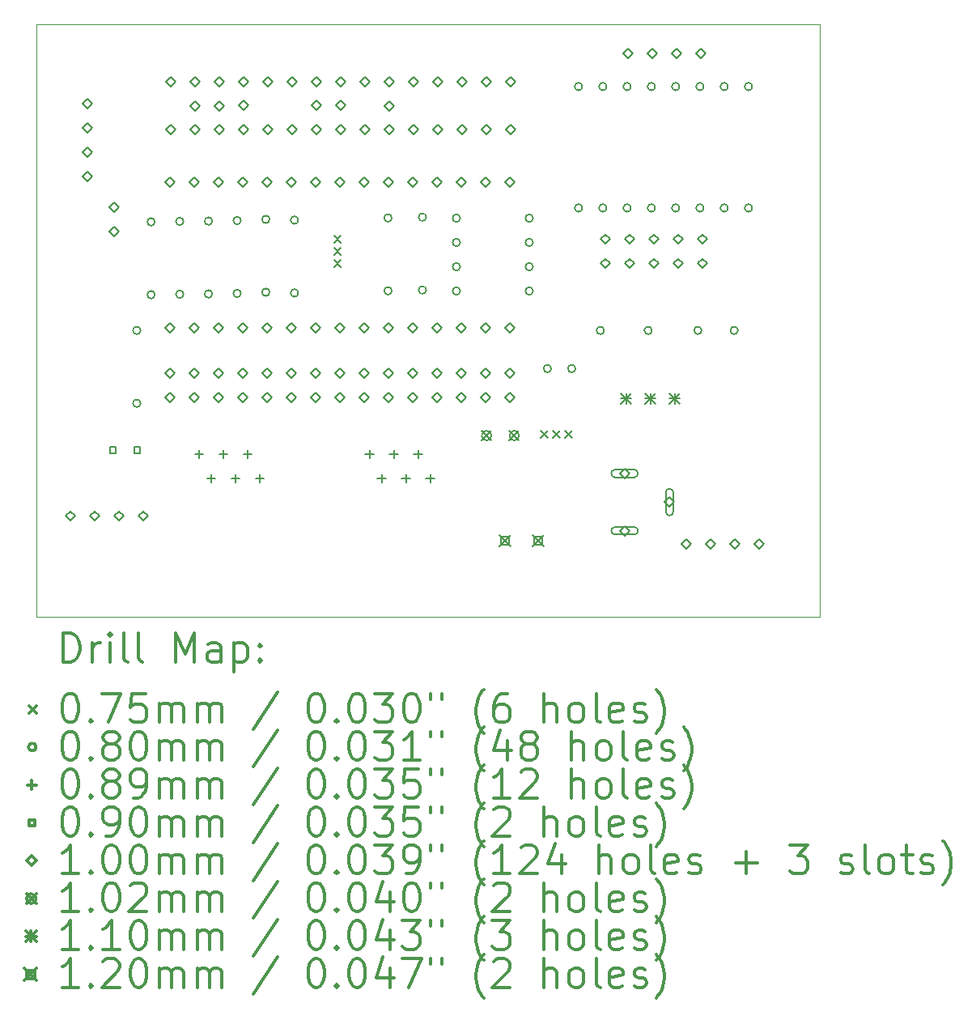
<source format=gbr>
%FSLAX45Y45*%
G04 Gerber Fmt 4.5, Leading zero omitted, Abs format (unit mm)*
G04 Created by KiCad (PCBNEW (5.1.9)-1) date 2021-12-11 18:31:46*
%MOMM*%
%LPD*%
G01*
G04 APERTURE LIST*
%TA.AperFunction,Profile*%
%ADD10C,0.050000*%
%TD*%
%ADD11C,0.200000*%
%ADD12C,0.300000*%
G04 APERTURE END LIST*
D10*
X19400000Y-13200000D02*
X11200000Y-13200000D01*
X11200000Y-13200000D02*
X11200000Y-7000000D01*
X11200000Y-7000000D02*
X19400000Y-7000000D01*
X19400000Y-7000000D02*
X19400000Y-13200000D01*
D11*
X14312500Y-9208500D02*
X14387500Y-9283500D01*
X14387500Y-9208500D02*
X14312500Y-9283500D01*
X14312500Y-9335500D02*
X14387500Y-9410500D01*
X14387500Y-9335500D02*
X14312500Y-9410500D01*
X14312500Y-9462500D02*
X14387500Y-9537500D01*
X14387500Y-9462500D02*
X14312500Y-9537500D01*
X16472500Y-11250500D02*
X16547500Y-11325500D01*
X16547500Y-11250500D02*
X16472500Y-11325500D01*
X16599500Y-11250500D02*
X16674500Y-11325500D01*
X16674500Y-11250500D02*
X16599500Y-11325500D01*
X16726500Y-11250500D02*
X16801500Y-11325500D01*
X16801500Y-11250500D02*
X16726500Y-11325500D01*
X12290000Y-10200000D02*
G75*
G03*
X12290000Y-10200000I-40000J0D01*
G01*
X12290000Y-10962000D02*
G75*
G03*
X12290000Y-10962000I-40000J0D01*
G01*
X12440000Y-9065000D02*
G75*
G03*
X12440000Y-9065000I-40000J0D01*
G01*
X12440000Y-9827000D02*
G75*
G03*
X12440000Y-9827000I-40000J0D01*
G01*
X12740000Y-9061000D02*
G75*
G03*
X12740000Y-9061000I-40000J0D01*
G01*
X12740000Y-9823000D02*
G75*
G03*
X12740000Y-9823000I-40000J0D01*
G01*
X13040000Y-9056800D02*
G75*
G03*
X13040000Y-9056800I-40000J0D01*
G01*
X13040000Y-9818800D02*
G75*
G03*
X13040000Y-9818800I-40000J0D01*
G01*
X13340000Y-9050000D02*
G75*
G03*
X13340000Y-9050000I-40000J0D01*
G01*
X13340000Y-9812000D02*
G75*
G03*
X13340000Y-9812000I-40000J0D01*
G01*
X13640000Y-9038000D02*
G75*
G03*
X13640000Y-9038000I-40000J0D01*
G01*
X13640000Y-9800000D02*
G75*
G03*
X13640000Y-9800000I-40000J0D01*
G01*
X13940000Y-9046640D02*
G75*
G03*
X13940000Y-9046640I-40000J0D01*
G01*
X13940000Y-9808640D02*
G75*
G03*
X13940000Y-9808640I-40000J0D01*
G01*
X14918900Y-9023780D02*
G75*
G03*
X14918900Y-9023780I-40000J0D01*
G01*
X14918900Y-9785780D02*
G75*
G03*
X14918900Y-9785780I-40000J0D01*
G01*
X15279000Y-9016000D02*
G75*
G03*
X15279000Y-9016000I-40000J0D01*
G01*
X15279000Y-9778000D02*
G75*
G03*
X15279000Y-9778000I-40000J0D01*
G01*
X15634000Y-9026320D02*
G75*
G03*
X15634000Y-9026320I-40000J0D01*
G01*
X15634000Y-9280320D02*
G75*
G03*
X15634000Y-9280320I-40000J0D01*
G01*
X15634000Y-9534320D02*
G75*
G03*
X15634000Y-9534320I-40000J0D01*
G01*
X15634000Y-9788320D02*
G75*
G03*
X15634000Y-9788320I-40000J0D01*
G01*
X16396000Y-9026320D02*
G75*
G03*
X16396000Y-9026320I-40000J0D01*
G01*
X16396000Y-9280320D02*
G75*
G03*
X16396000Y-9280320I-40000J0D01*
G01*
X16396000Y-9534320D02*
G75*
G03*
X16396000Y-9534320I-40000J0D01*
G01*
X16396000Y-9788320D02*
G75*
G03*
X16396000Y-9788320I-40000J0D01*
G01*
X16586000Y-10600000D02*
G75*
G03*
X16586000Y-10600000I-40000J0D01*
G01*
X16840000Y-10600000D02*
G75*
G03*
X16840000Y-10600000I-40000J0D01*
G01*
X16912000Y-7650000D02*
G75*
G03*
X16912000Y-7650000I-40000J0D01*
G01*
X16912000Y-8920000D02*
G75*
G03*
X16912000Y-8920000I-40000J0D01*
G01*
X17140000Y-10200000D02*
G75*
G03*
X17140000Y-10200000I-40000J0D01*
G01*
X17166000Y-7650000D02*
G75*
G03*
X17166000Y-7650000I-40000J0D01*
G01*
X17166000Y-8920000D02*
G75*
G03*
X17166000Y-8920000I-40000J0D01*
G01*
X17420000Y-7650000D02*
G75*
G03*
X17420000Y-7650000I-40000J0D01*
G01*
X17420000Y-8920000D02*
G75*
G03*
X17420000Y-8920000I-40000J0D01*
G01*
X17640000Y-10200000D02*
G75*
G03*
X17640000Y-10200000I-40000J0D01*
G01*
X17674000Y-7650000D02*
G75*
G03*
X17674000Y-7650000I-40000J0D01*
G01*
X17674000Y-8920000D02*
G75*
G03*
X17674000Y-8920000I-40000J0D01*
G01*
X17928000Y-7650000D02*
G75*
G03*
X17928000Y-7650000I-40000J0D01*
G01*
X17928000Y-8920000D02*
G75*
G03*
X17928000Y-8920000I-40000J0D01*
G01*
X18160000Y-10200000D02*
G75*
G03*
X18160000Y-10200000I-40000J0D01*
G01*
X18182000Y-7650000D02*
G75*
G03*
X18182000Y-7650000I-40000J0D01*
G01*
X18182000Y-8920000D02*
G75*
G03*
X18182000Y-8920000I-40000J0D01*
G01*
X18436000Y-7650000D02*
G75*
G03*
X18436000Y-7650000I-40000J0D01*
G01*
X18436000Y-8920000D02*
G75*
G03*
X18436000Y-8920000I-40000J0D01*
G01*
X18540000Y-10200000D02*
G75*
G03*
X18540000Y-10200000I-40000J0D01*
G01*
X18690000Y-7650000D02*
G75*
G03*
X18690000Y-7650000I-40000J0D01*
G01*
X18690000Y-8920000D02*
G75*
G03*
X18690000Y-8920000I-40000J0D01*
G01*
X12900500Y-11450550D02*
X12900500Y-11539450D01*
X12856050Y-11495000D02*
X12944950Y-11495000D01*
X13027500Y-11704550D02*
X13027500Y-11793450D01*
X12983050Y-11749000D02*
X13071950Y-11749000D01*
X13154500Y-11450550D02*
X13154500Y-11539450D01*
X13110050Y-11495000D02*
X13198950Y-11495000D01*
X13281500Y-11704550D02*
X13281500Y-11793450D01*
X13237050Y-11749000D02*
X13325950Y-11749000D01*
X13408500Y-11450550D02*
X13408500Y-11539450D01*
X13364050Y-11495000D02*
X13452950Y-11495000D01*
X13535500Y-11704550D02*
X13535500Y-11793450D01*
X13491050Y-11749000D02*
X13579950Y-11749000D01*
X14685600Y-11450910D02*
X14685600Y-11539810D01*
X14641150Y-11495360D02*
X14730050Y-11495360D01*
X14812600Y-11704910D02*
X14812600Y-11793810D01*
X14768150Y-11749360D02*
X14857050Y-11749360D01*
X14939600Y-11450910D02*
X14939600Y-11539810D01*
X14895150Y-11495360D02*
X14984050Y-11495360D01*
X15066600Y-11704910D02*
X15066600Y-11793810D01*
X15022150Y-11749360D02*
X15111050Y-11749360D01*
X15193600Y-11450910D02*
X15193600Y-11539810D01*
X15149150Y-11495360D02*
X15238050Y-11495360D01*
X15320600Y-11704910D02*
X15320600Y-11793810D01*
X15276150Y-11749360D02*
X15365050Y-11749360D01*
X12031820Y-11481820D02*
X12031820Y-11418180D01*
X11968180Y-11418180D01*
X11968180Y-11481820D01*
X12031820Y-11481820D01*
X12285820Y-11481820D02*
X12285820Y-11418180D01*
X12222180Y-11418180D01*
X12222180Y-11481820D01*
X12285820Y-11481820D01*
X11555000Y-12191000D02*
X11605000Y-12141000D01*
X11555000Y-12091000D01*
X11505000Y-12141000D01*
X11555000Y-12191000D01*
X11731000Y-7879000D02*
X11781000Y-7829000D01*
X11731000Y-7779000D01*
X11681000Y-7829000D01*
X11731000Y-7879000D01*
X11731000Y-8133000D02*
X11781000Y-8083000D01*
X11731000Y-8033000D01*
X11681000Y-8083000D01*
X11731000Y-8133000D01*
X11731000Y-8387000D02*
X11781000Y-8337000D01*
X11731000Y-8287000D01*
X11681000Y-8337000D01*
X11731000Y-8387000D01*
X11731000Y-8641000D02*
X11781000Y-8591000D01*
X11731000Y-8541000D01*
X11681000Y-8591000D01*
X11731000Y-8641000D01*
X11809000Y-12191000D02*
X11859000Y-12141000D01*
X11809000Y-12091000D01*
X11759000Y-12141000D01*
X11809000Y-12191000D01*
X12015000Y-8961000D02*
X12065000Y-8911000D01*
X12015000Y-8861000D01*
X11965000Y-8911000D01*
X12015000Y-8961000D01*
X12015000Y-9215000D02*
X12065000Y-9165000D01*
X12015000Y-9115000D01*
X11965000Y-9165000D01*
X12015000Y-9215000D01*
X12063000Y-12191000D02*
X12113000Y-12141000D01*
X12063000Y-12091000D01*
X12013000Y-12141000D01*
X12063000Y-12191000D01*
X12317000Y-12191000D02*
X12367000Y-12141000D01*
X12317000Y-12091000D01*
X12267000Y-12141000D01*
X12317000Y-12191000D01*
X12594000Y-10700000D02*
X12644000Y-10650000D01*
X12594000Y-10600000D01*
X12544000Y-10650000D01*
X12594000Y-10700000D01*
X12594000Y-10950000D02*
X12644000Y-10900000D01*
X12594000Y-10850000D01*
X12544000Y-10900000D01*
X12594000Y-10950000D01*
X12598000Y-8700000D02*
X12648000Y-8650000D01*
X12598000Y-8600000D01*
X12548000Y-8650000D01*
X12598000Y-8700000D01*
X12598000Y-10224000D02*
X12648000Y-10174000D01*
X12598000Y-10124000D01*
X12548000Y-10174000D01*
X12598000Y-10224000D01*
X12604160Y-7648840D02*
X12654160Y-7598840D01*
X12604160Y-7548840D01*
X12554160Y-7598840D01*
X12604160Y-7648840D01*
X12604160Y-8150000D02*
X12654160Y-8100000D01*
X12604160Y-8050000D01*
X12554160Y-8100000D01*
X12604160Y-8150000D01*
X12848000Y-10700000D02*
X12898000Y-10650000D01*
X12848000Y-10600000D01*
X12798000Y-10650000D01*
X12848000Y-10700000D01*
X12848000Y-10950000D02*
X12898000Y-10900000D01*
X12848000Y-10850000D01*
X12798000Y-10900000D01*
X12848000Y-10950000D01*
X12852000Y-8700000D02*
X12902000Y-8650000D01*
X12852000Y-8600000D01*
X12802000Y-8650000D01*
X12852000Y-8700000D01*
X12852000Y-10224000D02*
X12902000Y-10174000D01*
X12852000Y-10124000D01*
X12802000Y-10174000D01*
X12852000Y-10224000D01*
X12858160Y-7648840D02*
X12908160Y-7598840D01*
X12858160Y-7548840D01*
X12808160Y-7598840D01*
X12858160Y-7648840D01*
X12858160Y-8150000D02*
X12908160Y-8100000D01*
X12858160Y-8050000D01*
X12808160Y-8100000D01*
X12858160Y-8150000D01*
X12859600Y-7900300D02*
X12909600Y-7850300D01*
X12859600Y-7800300D01*
X12809600Y-7850300D01*
X12859600Y-7900300D01*
X13102000Y-10700000D02*
X13152000Y-10650000D01*
X13102000Y-10600000D01*
X13052000Y-10650000D01*
X13102000Y-10700000D01*
X13102000Y-10950000D02*
X13152000Y-10900000D01*
X13102000Y-10850000D01*
X13052000Y-10900000D01*
X13102000Y-10950000D01*
X13106000Y-8700000D02*
X13156000Y-8650000D01*
X13106000Y-8600000D01*
X13056000Y-8650000D01*
X13106000Y-8700000D01*
X13106000Y-10224000D02*
X13156000Y-10174000D01*
X13106000Y-10124000D01*
X13056000Y-10174000D01*
X13106000Y-10224000D01*
X13112160Y-7648840D02*
X13162160Y-7598840D01*
X13112160Y-7548840D01*
X13062160Y-7598840D01*
X13112160Y-7648840D01*
X13112160Y-8150000D02*
X13162160Y-8100000D01*
X13112160Y-8050000D01*
X13062160Y-8100000D01*
X13112160Y-8150000D01*
X13113600Y-7900000D02*
X13163600Y-7850000D01*
X13113600Y-7800000D01*
X13063600Y-7850000D01*
X13113600Y-7900000D01*
X13356000Y-10700000D02*
X13406000Y-10650000D01*
X13356000Y-10600000D01*
X13306000Y-10650000D01*
X13356000Y-10700000D01*
X13356000Y-10950000D02*
X13406000Y-10900000D01*
X13356000Y-10850000D01*
X13306000Y-10900000D01*
X13356000Y-10950000D01*
X13360000Y-8700000D02*
X13410000Y-8650000D01*
X13360000Y-8600000D01*
X13310000Y-8650000D01*
X13360000Y-8700000D01*
X13360000Y-10224000D02*
X13410000Y-10174000D01*
X13360000Y-10124000D01*
X13310000Y-10174000D01*
X13360000Y-10224000D01*
X13366160Y-7648840D02*
X13416160Y-7598840D01*
X13366160Y-7548840D01*
X13316160Y-7598840D01*
X13366160Y-7648840D01*
X13366160Y-8150000D02*
X13416160Y-8100000D01*
X13366160Y-8050000D01*
X13316160Y-8100000D01*
X13366160Y-8150000D01*
X13367600Y-7897760D02*
X13417600Y-7847760D01*
X13367600Y-7797760D01*
X13317600Y-7847760D01*
X13367600Y-7897760D01*
X13610000Y-10700000D02*
X13660000Y-10650000D01*
X13610000Y-10600000D01*
X13560000Y-10650000D01*
X13610000Y-10700000D01*
X13610000Y-10950000D02*
X13660000Y-10900000D01*
X13610000Y-10850000D01*
X13560000Y-10900000D01*
X13610000Y-10950000D01*
X13614000Y-8700000D02*
X13664000Y-8650000D01*
X13614000Y-8600000D01*
X13564000Y-8650000D01*
X13614000Y-8700000D01*
X13614000Y-10224000D02*
X13664000Y-10174000D01*
X13614000Y-10124000D01*
X13564000Y-10174000D01*
X13614000Y-10224000D01*
X13620160Y-7648840D02*
X13670160Y-7598840D01*
X13620160Y-7548840D01*
X13570160Y-7598840D01*
X13620160Y-7648840D01*
X13620160Y-8150000D02*
X13670160Y-8100000D01*
X13620160Y-8050000D01*
X13570160Y-8100000D01*
X13620160Y-8150000D01*
X13864000Y-10700000D02*
X13914000Y-10650000D01*
X13864000Y-10600000D01*
X13814000Y-10650000D01*
X13864000Y-10700000D01*
X13864000Y-10950000D02*
X13914000Y-10900000D01*
X13864000Y-10850000D01*
X13814000Y-10900000D01*
X13864000Y-10950000D01*
X13868000Y-8700000D02*
X13918000Y-8650000D01*
X13868000Y-8600000D01*
X13818000Y-8650000D01*
X13868000Y-8700000D01*
X13868000Y-10224000D02*
X13918000Y-10174000D01*
X13868000Y-10124000D01*
X13818000Y-10174000D01*
X13868000Y-10224000D01*
X13874160Y-7648840D02*
X13924160Y-7598840D01*
X13874160Y-7548840D01*
X13824160Y-7598840D01*
X13874160Y-7648840D01*
X13874160Y-8150000D02*
X13924160Y-8100000D01*
X13874160Y-8050000D01*
X13824160Y-8100000D01*
X13874160Y-8150000D01*
X14118000Y-10700000D02*
X14168000Y-10650000D01*
X14118000Y-10600000D01*
X14068000Y-10650000D01*
X14118000Y-10700000D01*
X14118000Y-10950000D02*
X14168000Y-10900000D01*
X14118000Y-10850000D01*
X14068000Y-10900000D01*
X14118000Y-10950000D01*
X14122000Y-8700000D02*
X14172000Y-8650000D01*
X14122000Y-8600000D01*
X14072000Y-8650000D01*
X14122000Y-8700000D01*
X14122000Y-10224000D02*
X14172000Y-10174000D01*
X14122000Y-10124000D01*
X14072000Y-10174000D01*
X14122000Y-10224000D01*
X14128160Y-7648840D02*
X14178160Y-7598840D01*
X14128160Y-7548840D01*
X14078160Y-7598840D01*
X14128160Y-7648840D01*
X14128160Y-8150000D02*
X14178160Y-8100000D01*
X14128160Y-8050000D01*
X14078160Y-8100000D01*
X14128160Y-8150000D01*
X14129600Y-7897760D02*
X14179600Y-7847760D01*
X14129600Y-7797760D01*
X14079600Y-7847760D01*
X14129600Y-7897760D01*
X14372000Y-10700000D02*
X14422000Y-10650000D01*
X14372000Y-10600000D01*
X14322000Y-10650000D01*
X14372000Y-10700000D01*
X14372000Y-10950000D02*
X14422000Y-10900000D01*
X14372000Y-10850000D01*
X14322000Y-10900000D01*
X14372000Y-10950000D01*
X14376000Y-8700000D02*
X14426000Y-8650000D01*
X14376000Y-8600000D01*
X14326000Y-8650000D01*
X14376000Y-8700000D01*
X14376000Y-10224000D02*
X14426000Y-10174000D01*
X14376000Y-10124000D01*
X14326000Y-10174000D01*
X14376000Y-10224000D01*
X14381060Y-7897760D02*
X14431060Y-7847760D01*
X14381060Y-7797760D01*
X14331060Y-7847760D01*
X14381060Y-7897760D01*
X14382160Y-7648840D02*
X14432160Y-7598840D01*
X14382160Y-7548840D01*
X14332160Y-7598840D01*
X14382160Y-7648840D01*
X14382160Y-8150000D02*
X14432160Y-8100000D01*
X14382160Y-8050000D01*
X14332160Y-8100000D01*
X14382160Y-8150000D01*
X14626000Y-10700000D02*
X14676000Y-10650000D01*
X14626000Y-10600000D01*
X14576000Y-10650000D01*
X14626000Y-10700000D01*
X14626000Y-10950000D02*
X14676000Y-10900000D01*
X14626000Y-10850000D01*
X14576000Y-10900000D01*
X14626000Y-10950000D01*
X14630000Y-8700000D02*
X14680000Y-8650000D01*
X14630000Y-8600000D01*
X14580000Y-8650000D01*
X14630000Y-8700000D01*
X14630000Y-10224000D02*
X14680000Y-10174000D01*
X14630000Y-10124000D01*
X14580000Y-10174000D01*
X14630000Y-10224000D01*
X14636160Y-7648840D02*
X14686160Y-7598840D01*
X14636160Y-7548840D01*
X14586160Y-7598840D01*
X14636160Y-7648840D01*
X14636160Y-8150000D02*
X14686160Y-8100000D01*
X14636160Y-8050000D01*
X14586160Y-8100000D01*
X14636160Y-8150000D01*
X14880000Y-10700000D02*
X14930000Y-10650000D01*
X14880000Y-10600000D01*
X14830000Y-10650000D01*
X14880000Y-10700000D01*
X14880000Y-10950000D02*
X14930000Y-10900000D01*
X14880000Y-10850000D01*
X14830000Y-10900000D01*
X14880000Y-10950000D01*
X14884000Y-8700000D02*
X14934000Y-8650000D01*
X14884000Y-8600000D01*
X14834000Y-8650000D01*
X14884000Y-8700000D01*
X14884000Y-10224000D02*
X14934000Y-10174000D01*
X14884000Y-10124000D01*
X14834000Y-10174000D01*
X14884000Y-10224000D01*
X14890160Y-7648840D02*
X14940160Y-7598840D01*
X14890160Y-7548840D01*
X14840160Y-7598840D01*
X14890160Y-7648840D01*
X14890160Y-8150000D02*
X14940160Y-8100000D01*
X14890160Y-8050000D01*
X14840160Y-8100000D01*
X14890160Y-8150000D01*
X14891600Y-7900000D02*
X14941600Y-7850000D01*
X14891600Y-7800000D01*
X14841600Y-7850000D01*
X14891600Y-7900000D01*
X15134000Y-10700000D02*
X15184000Y-10650000D01*
X15134000Y-10600000D01*
X15084000Y-10650000D01*
X15134000Y-10700000D01*
X15134000Y-10950000D02*
X15184000Y-10900000D01*
X15134000Y-10850000D01*
X15084000Y-10900000D01*
X15134000Y-10950000D01*
X15138000Y-8700000D02*
X15188000Y-8650000D01*
X15138000Y-8600000D01*
X15088000Y-8650000D01*
X15138000Y-8700000D01*
X15138000Y-10224000D02*
X15188000Y-10174000D01*
X15138000Y-10124000D01*
X15088000Y-10174000D01*
X15138000Y-10224000D01*
X15144160Y-7648840D02*
X15194160Y-7598840D01*
X15144160Y-7548840D01*
X15094160Y-7598840D01*
X15144160Y-7648840D01*
X15144160Y-8150000D02*
X15194160Y-8100000D01*
X15144160Y-8050000D01*
X15094160Y-8100000D01*
X15144160Y-8150000D01*
X15388000Y-10700000D02*
X15438000Y-10650000D01*
X15388000Y-10600000D01*
X15338000Y-10650000D01*
X15388000Y-10700000D01*
X15388000Y-10950000D02*
X15438000Y-10900000D01*
X15388000Y-10850000D01*
X15338000Y-10900000D01*
X15388000Y-10950000D01*
X15392000Y-8700000D02*
X15442000Y-8650000D01*
X15392000Y-8600000D01*
X15342000Y-8650000D01*
X15392000Y-8700000D01*
X15392000Y-10224000D02*
X15442000Y-10174000D01*
X15392000Y-10124000D01*
X15342000Y-10174000D01*
X15392000Y-10224000D01*
X15398160Y-7648840D02*
X15448160Y-7598840D01*
X15398160Y-7548840D01*
X15348160Y-7598840D01*
X15398160Y-7648840D01*
X15398160Y-8150000D02*
X15448160Y-8100000D01*
X15398160Y-8050000D01*
X15348160Y-8100000D01*
X15398160Y-8150000D01*
X15642000Y-10700000D02*
X15692000Y-10650000D01*
X15642000Y-10600000D01*
X15592000Y-10650000D01*
X15642000Y-10700000D01*
X15642000Y-10950000D02*
X15692000Y-10900000D01*
X15642000Y-10850000D01*
X15592000Y-10900000D01*
X15642000Y-10950000D01*
X15646000Y-8700000D02*
X15696000Y-8650000D01*
X15646000Y-8600000D01*
X15596000Y-8650000D01*
X15646000Y-8700000D01*
X15646000Y-10224000D02*
X15696000Y-10174000D01*
X15646000Y-10124000D01*
X15596000Y-10174000D01*
X15646000Y-10224000D01*
X15652160Y-7648840D02*
X15702160Y-7598840D01*
X15652160Y-7548840D01*
X15602160Y-7598840D01*
X15652160Y-7648840D01*
X15652160Y-8150000D02*
X15702160Y-8100000D01*
X15652160Y-8050000D01*
X15602160Y-8100000D01*
X15652160Y-8150000D01*
X15896000Y-10700000D02*
X15946000Y-10650000D01*
X15896000Y-10600000D01*
X15846000Y-10650000D01*
X15896000Y-10700000D01*
X15896000Y-10950000D02*
X15946000Y-10900000D01*
X15896000Y-10850000D01*
X15846000Y-10900000D01*
X15896000Y-10950000D01*
X15900000Y-8700000D02*
X15950000Y-8650000D01*
X15900000Y-8600000D01*
X15850000Y-8650000D01*
X15900000Y-8700000D01*
X15900000Y-10224000D02*
X15950000Y-10174000D01*
X15900000Y-10124000D01*
X15850000Y-10174000D01*
X15900000Y-10224000D01*
X15906160Y-7648840D02*
X15956160Y-7598840D01*
X15906160Y-7548840D01*
X15856160Y-7598840D01*
X15906160Y-7648840D01*
X15906160Y-8150000D02*
X15956160Y-8100000D01*
X15906160Y-8050000D01*
X15856160Y-8100000D01*
X15906160Y-8150000D01*
X16150000Y-10700000D02*
X16200000Y-10650000D01*
X16150000Y-10600000D01*
X16100000Y-10650000D01*
X16150000Y-10700000D01*
X16150000Y-10950000D02*
X16200000Y-10900000D01*
X16150000Y-10850000D01*
X16100000Y-10900000D01*
X16150000Y-10950000D01*
X16154000Y-8700000D02*
X16204000Y-8650000D01*
X16154000Y-8600000D01*
X16104000Y-8650000D01*
X16154000Y-8700000D01*
X16154000Y-10224000D02*
X16204000Y-10174000D01*
X16154000Y-10124000D01*
X16104000Y-10174000D01*
X16154000Y-10224000D01*
X16160160Y-7648840D02*
X16210160Y-7598840D01*
X16160160Y-7548840D01*
X16110160Y-7598840D01*
X16160160Y-7648840D01*
X16160160Y-8150000D02*
X16210160Y-8100000D01*
X16160160Y-8050000D01*
X16110160Y-8100000D01*
X16160160Y-8150000D01*
X17150000Y-9296000D02*
X17200000Y-9246000D01*
X17150000Y-9196000D01*
X17100000Y-9246000D01*
X17150000Y-9296000D01*
X17150000Y-9550000D02*
X17200000Y-9500000D01*
X17150000Y-9450000D01*
X17100000Y-9500000D01*
X17150000Y-9550000D01*
X17354000Y-11746000D02*
X17404000Y-11696000D01*
X17354000Y-11646000D01*
X17304000Y-11696000D01*
X17354000Y-11746000D01*
X17254000Y-11736000D02*
X17454000Y-11736000D01*
X17254000Y-11656000D02*
X17454000Y-11656000D01*
X17454000Y-11736000D02*
G75*
G03*
X17454000Y-11656000I0J40000D01*
G01*
X17254000Y-11656000D02*
G75*
G03*
X17254000Y-11736000I0J-40000D01*
G01*
X17354000Y-12346000D02*
X17404000Y-12296000D01*
X17354000Y-12246000D01*
X17304000Y-12296000D01*
X17354000Y-12346000D01*
X17254000Y-12336000D02*
X17454000Y-12336000D01*
X17254000Y-12256000D02*
X17454000Y-12256000D01*
X17454000Y-12336000D02*
G75*
G03*
X17454000Y-12256000I0J40000D01*
G01*
X17254000Y-12256000D02*
G75*
G03*
X17254000Y-12336000I0J-40000D01*
G01*
X17388000Y-7350000D02*
X17438000Y-7300000D01*
X17388000Y-7250000D01*
X17338000Y-7300000D01*
X17388000Y-7350000D01*
X17404000Y-9296000D02*
X17454000Y-9246000D01*
X17404000Y-9196000D01*
X17354000Y-9246000D01*
X17404000Y-9296000D01*
X17404000Y-9550000D02*
X17454000Y-9500000D01*
X17404000Y-9450000D01*
X17354000Y-9500000D01*
X17404000Y-9550000D01*
X17642000Y-7350000D02*
X17692000Y-7300000D01*
X17642000Y-7250000D01*
X17592000Y-7300000D01*
X17642000Y-7350000D01*
X17658000Y-9296000D02*
X17708000Y-9246000D01*
X17658000Y-9196000D01*
X17608000Y-9246000D01*
X17658000Y-9296000D01*
X17658000Y-9550000D02*
X17708000Y-9500000D01*
X17658000Y-9450000D01*
X17608000Y-9500000D01*
X17658000Y-9550000D01*
X17824000Y-12046000D02*
X17874000Y-11996000D01*
X17824000Y-11946000D01*
X17774000Y-11996000D01*
X17824000Y-12046000D01*
X17864000Y-12096000D02*
X17864000Y-11896000D01*
X17784000Y-12096000D02*
X17784000Y-11896000D01*
X17864000Y-11896000D02*
G75*
G03*
X17784000Y-11896000I-40000J0D01*
G01*
X17784000Y-12096000D02*
G75*
G03*
X17864000Y-12096000I40000J0D01*
G01*
X17896000Y-7350000D02*
X17946000Y-7300000D01*
X17896000Y-7250000D01*
X17846000Y-7300000D01*
X17896000Y-7350000D01*
X17912000Y-9296000D02*
X17962000Y-9246000D01*
X17912000Y-9196000D01*
X17862000Y-9246000D01*
X17912000Y-9296000D01*
X17912000Y-9550000D02*
X17962000Y-9500000D01*
X17912000Y-9450000D01*
X17862000Y-9500000D01*
X17912000Y-9550000D01*
X17998000Y-12486000D02*
X18048000Y-12436000D01*
X17998000Y-12386000D01*
X17948000Y-12436000D01*
X17998000Y-12486000D01*
X18150000Y-7350000D02*
X18200000Y-7300000D01*
X18150000Y-7250000D01*
X18100000Y-7300000D01*
X18150000Y-7350000D01*
X18166000Y-9296000D02*
X18216000Y-9246000D01*
X18166000Y-9196000D01*
X18116000Y-9246000D01*
X18166000Y-9296000D01*
X18166000Y-9550000D02*
X18216000Y-9500000D01*
X18166000Y-9450000D01*
X18116000Y-9500000D01*
X18166000Y-9550000D01*
X18252000Y-12486000D02*
X18302000Y-12436000D01*
X18252000Y-12386000D01*
X18202000Y-12436000D01*
X18252000Y-12486000D01*
X18506000Y-12486000D02*
X18556000Y-12436000D01*
X18506000Y-12386000D01*
X18456000Y-12436000D01*
X18506000Y-12486000D01*
X18760000Y-12486000D02*
X18810000Y-12436000D01*
X18760000Y-12386000D01*
X18710000Y-12436000D01*
X18760000Y-12486000D01*
X15859420Y-11249200D02*
X15961020Y-11350800D01*
X15961020Y-11249200D02*
X15859420Y-11350800D01*
X15961020Y-11300000D02*
G75*
G03*
X15961020Y-11300000I-50800J0D01*
G01*
X16148980Y-11249200D02*
X16250580Y-11350800D01*
X16250580Y-11249200D02*
X16148980Y-11350800D01*
X16250580Y-11300000D02*
G75*
G03*
X16250580Y-11300000I-50800J0D01*
G01*
X17317000Y-10859000D02*
X17427000Y-10969000D01*
X17427000Y-10859000D02*
X17317000Y-10969000D01*
X17372000Y-10859000D02*
X17372000Y-10969000D01*
X17317000Y-10914000D02*
X17427000Y-10914000D01*
X17571000Y-10859000D02*
X17681000Y-10969000D01*
X17681000Y-10859000D02*
X17571000Y-10969000D01*
X17626000Y-10859000D02*
X17626000Y-10969000D01*
X17571000Y-10914000D02*
X17681000Y-10914000D01*
X17825000Y-10859000D02*
X17935000Y-10969000D01*
X17935000Y-10859000D02*
X17825000Y-10969000D01*
X17880000Y-10859000D02*
X17880000Y-10969000D01*
X17825000Y-10914000D02*
X17935000Y-10914000D01*
X16040000Y-12340000D02*
X16160000Y-12460000D01*
X16160000Y-12340000D02*
X16040000Y-12460000D01*
X16142427Y-12442427D02*
X16142427Y-12357573D01*
X16057573Y-12357573D01*
X16057573Y-12442427D01*
X16142427Y-12442427D01*
X16390000Y-12340000D02*
X16510000Y-12460000D01*
X16510000Y-12340000D02*
X16390000Y-12460000D01*
X16492427Y-12442427D02*
X16492427Y-12357573D01*
X16407573Y-12357573D01*
X16407573Y-12442427D01*
X16492427Y-12442427D01*
D12*
X11483928Y-13668214D02*
X11483928Y-13368214D01*
X11555357Y-13368214D01*
X11598214Y-13382500D01*
X11626786Y-13411071D01*
X11641071Y-13439643D01*
X11655357Y-13496786D01*
X11655357Y-13539643D01*
X11641071Y-13596786D01*
X11626786Y-13625357D01*
X11598214Y-13653929D01*
X11555357Y-13668214D01*
X11483928Y-13668214D01*
X11783928Y-13668214D02*
X11783928Y-13468214D01*
X11783928Y-13525357D02*
X11798214Y-13496786D01*
X11812500Y-13482500D01*
X11841071Y-13468214D01*
X11869643Y-13468214D01*
X11969643Y-13668214D02*
X11969643Y-13468214D01*
X11969643Y-13368214D02*
X11955357Y-13382500D01*
X11969643Y-13396786D01*
X11983928Y-13382500D01*
X11969643Y-13368214D01*
X11969643Y-13396786D01*
X12155357Y-13668214D02*
X12126786Y-13653929D01*
X12112500Y-13625357D01*
X12112500Y-13368214D01*
X12312500Y-13668214D02*
X12283928Y-13653929D01*
X12269643Y-13625357D01*
X12269643Y-13368214D01*
X12655357Y-13668214D02*
X12655357Y-13368214D01*
X12755357Y-13582500D01*
X12855357Y-13368214D01*
X12855357Y-13668214D01*
X13126786Y-13668214D02*
X13126786Y-13511071D01*
X13112500Y-13482500D01*
X13083928Y-13468214D01*
X13026786Y-13468214D01*
X12998214Y-13482500D01*
X13126786Y-13653929D02*
X13098214Y-13668214D01*
X13026786Y-13668214D01*
X12998214Y-13653929D01*
X12983928Y-13625357D01*
X12983928Y-13596786D01*
X12998214Y-13568214D01*
X13026786Y-13553929D01*
X13098214Y-13553929D01*
X13126786Y-13539643D01*
X13269643Y-13468214D02*
X13269643Y-13768214D01*
X13269643Y-13482500D02*
X13298214Y-13468214D01*
X13355357Y-13468214D01*
X13383928Y-13482500D01*
X13398214Y-13496786D01*
X13412500Y-13525357D01*
X13412500Y-13611071D01*
X13398214Y-13639643D01*
X13383928Y-13653929D01*
X13355357Y-13668214D01*
X13298214Y-13668214D01*
X13269643Y-13653929D01*
X13541071Y-13639643D02*
X13555357Y-13653929D01*
X13541071Y-13668214D01*
X13526786Y-13653929D01*
X13541071Y-13639643D01*
X13541071Y-13668214D01*
X13541071Y-13482500D02*
X13555357Y-13496786D01*
X13541071Y-13511071D01*
X13526786Y-13496786D01*
X13541071Y-13482500D01*
X13541071Y-13511071D01*
X11122500Y-14125000D02*
X11197500Y-14200000D01*
X11197500Y-14125000D02*
X11122500Y-14200000D01*
X11541071Y-13998214D02*
X11569643Y-13998214D01*
X11598214Y-14012500D01*
X11612500Y-14026786D01*
X11626786Y-14055357D01*
X11641071Y-14112500D01*
X11641071Y-14183929D01*
X11626786Y-14241071D01*
X11612500Y-14269643D01*
X11598214Y-14283929D01*
X11569643Y-14298214D01*
X11541071Y-14298214D01*
X11512500Y-14283929D01*
X11498214Y-14269643D01*
X11483928Y-14241071D01*
X11469643Y-14183929D01*
X11469643Y-14112500D01*
X11483928Y-14055357D01*
X11498214Y-14026786D01*
X11512500Y-14012500D01*
X11541071Y-13998214D01*
X11769643Y-14269643D02*
X11783928Y-14283929D01*
X11769643Y-14298214D01*
X11755357Y-14283929D01*
X11769643Y-14269643D01*
X11769643Y-14298214D01*
X11883928Y-13998214D02*
X12083928Y-13998214D01*
X11955357Y-14298214D01*
X12341071Y-13998214D02*
X12198214Y-13998214D01*
X12183928Y-14141071D01*
X12198214Y-14126786D01*
X12226786Y-14112500D01*
X12298214Y-14112500D01*
X12326786Y-14126786D01*
X12341071Y-14141071D01*
X12355357Y-14169643D01*
X12355357Y-14241071D01*
X12341071Y-14269643D01*
X12326786Y-14283929D01*
X12298214Y-14298214D01*
X12226786Y-14298214D01*
X12198214Y-14283929D01*
X12183928Y-14269643D01*
X12483928Y-14298214D02*
X12483928Y-14098214D01*
X12483928Y-14126786D02*
X12498214Y-14112500D01*
X12526786Y-14098214D01*
X12569643Y-14098214D01*
X12598214Y-14112500D01*
X12612500Y-14141071D01*
X12612500Y-14298214D01*
X12612500Y-14141071D02*
X12626786Y-14112500D01*
X12655357Y-14098214D01*
X12698214Y-14098214D01*
X12726786Y-14112500D01*
X12741071Y-14141071D01*
X12741071Y-14298214D01*
X12883928Y-14298214D02*
X12883928Y-14098214D01*
X12883928Y-14126786D02*
X12898214Y-14112500D01*
X12926786Y-14098214D01*
X12969643Y-14098214D01*
X12998214Y-14112500D01*
X13012500Y-14141071D01*
X13012500Y-14298214D01*
X13012500Y-14141071D02*
X13026786Y-14112500D01*
X13055357Y-14098214D01*
X13098214Y-14098214D01*
X13126786Y-14112500D01*
X13141071Y-14141071D01*
X13141071Y-14298214D01*
X13726786Y-13983929D02*
X13469643Y-14369643D01*
X14112500Y-13998214D02*
X14141071Y-13998214D01*
X14169643Y-14012500D01*
X14183928Y-14026786D01*
X14198214Y-14055357D01*
X14212500Y-14112500D01*
X14212500Y-14183929D01*
X14198214Y-14241071D01*
X14183928Y-14269643D01*
X14169643Y-14283929D01*
X14141071Y-14298214D01*
X14112500Y-14298214D01*
X14083928Y-14283929D01*
X14069643Y-14269643D01*
X14055357Y-14241071D01*
X14041071Y-14183929D01*
X14041071Y-14112500D01*
X14055357Y-14055357D01*
X14069643Y-14026786D01*
X14083928Y-14012500D01*
X14112500Y-13998214D01*
X14341071Y-14269643D02*
X14355357Y-14283929D01*
X14341071Y-14298214D01*
X14326786Y-14283929D01*
X14341071Y-14269643D01*
X14341071Y-14298214D01*
X14541071Y-13998214D02*
X14569643Y-13998214D01*
X14598214Y-14012500D01*
X14612500Y-14026786D01*
X14626786Y-14055357D01*
X14641071Y-14112500D01*
X14641071Y-14183929D01*
X14626786Y-14241071D01*
X14612500Y-14269643D01*
X14598214Y-14283929D01*
X14569643Y-14298214D01*
X14541071Y-14298214D01*
X14512500Y-14283929D01*
X14498214Y-14269643D01*
X14483928Y-14241071D01*
X14469643Y-14183929D01*
X14469643Y-14112500D01*
X14483928Y-14055357D01*
X14498214Y-14026786D01*
X14512500Y-14012500D01*
X14541071Y-13998214D01*
X14741071Y-13998214D02*
X14926786Y-13998214D01*
X14826786Y-14112500D01*
X14869643Y-14112500D01*
X14898214Y-14126786D01*
X14912500Y-14141071D01*
X14926786Y-14169643D01*
X14926786Y-14241071D01*
X14912500Y-14269643D01*
X14898214Y-14283929D01*
X14869643Y-14298214D01*
X14783928Y-14298214D01*
X14755357Y-14283929D01*
X14741071Y-14269643D01*
X15112500Y-13998214D02*
X15141071Y-13998214D01*
X15169643Y-14012500D01*
X15183928Y-14026786D01*
X15198214Y-14055357D01*
X15212500Y-14112500D01*
X15212500Y-14183929D01*
X15198214Y-14241071D01*
X15183928Y-14269643D01*
X15169643Y-14283929D01*
X15141071Y-14298214D01*
X15112500Y-14298214D01*
X15083928Y-14283929D01*
X15069643Y-14269643D01*
X15055357Y-14241071D01*
X15041071Y-14183929D01*
X15041071Y-14112500D01*
X15055357Y-14055357D01*
X15069643Y-14026786D01*
X15083928Y-14012500D01*
X15112500Y-13998214D01*
X15326786Y-13998214D02*
X15326786Y-14055357D01*
X15441071Y-13998214D02*
X15441071Y-14055357D01*
X15883928Y-14412500D02*
X15869643Y-14398214D01*
X15841071Y-14355357D01*
X15826786Y-14326786D01*
X15812500Y-14283929D01*
X15798214Y-14212500D01*
X15798214Y-14155357D01*
X15812500Y-14083929D01*
X15826786Y-14041071D01*
X15841071Y-14012500D01*
X15869643Y-13969643D01*
X15883928Y-13955357D01*
X16126786Y-13998214D02*
X16069643Y-13998214D01*
X16041071Y-14012500D01*
X16026786Y-14026786D01*
X15998214Y-14069643D01*
X15983928Y-14126786D01*
X15983928Y-14241071D01*
X15998214Y-14269643D01*
X16012500Y-14283929D01*
X16041071Y-14298214D01*
X16098214Y-14298214D01*
X16126786Y-14283929D01*
X16141071Y-14269643D01*
X16155357Y-14241071D01*
X16155357Y-14169643D01*
X16141071Y-14141071D01*
X16126786Y-14126786D01*
X16098214Y-14112500D01*
X16041071Y-14112500D01*
X16012500Y-14126786D01*
X15998214Y-14141071D01*
X15983928Y-14169643D01*
X16512500Y-14298214D02*
X16512500Y-13998214D01*
X16641071Y-14298214D02*
X16641071Y-14141071D01*
X16626786Y-14112500D01*
X16598214Y-14098214D01*
X16555357Y-14098214D01*
X16526786Y-14112500D01*
X16512500Y-14126786D01*
X16826786Y-14298214D02*
X16798214Y-14283929D01*
X16783928Y-14269643D01*
X16769643Y-14241071D01*
X16769643Y-14155357D01*
X16783928Y-14126786D01*
X16798214Y-14112500D01*
X16826786Y-14098214D01*
X16869643Y-14098214D01*
X16898214Y-14112500D01*
X16912500Y-14126786D01*
X16926786Y-14155357D01*
X16926786Y-14241071D01*
X16912500Y-14269643D01*
X16898214Y-14283929D01*
X16869643Y-14298214D01*
X16826786Y-14298214D01*
X17098214Y-14298214D02*
X17069643Y-14283929D01*
X17055357Y-14255357D01*
X17055357Y-13998214D01*
X17326786Y-14283929D02*
X17298214Y-14298214D01*
X17241071Y-14298214D01*
X17212500Y-14283929D01*
X17198214Y-14255357D01*
X17198214Y-14141071D01*
X17212500Y-14112500D01*
X17241071Y-14098214D01*
X17298214Y-14098214D01*
X17326786Y-14112500D01*
X17341071Y-14141071D01*
X17341071Y-14169643D01*
X17198214Y-14198214D01*
X17455357Y-14283929D02*
X17483928Y-14298214D01*
X17541071Y-14298214D01*
X17569643Y-14283929D01*
X17583928Y-14255357D01*
X17583928Y-14241071D01*
X17569643Y-14212500D01*
X17541071Y-14198214D01*
X17498214Y-14198214D01*
X17469643Y-14183929D01*
X17455357Y-14155357D01*
X17455357Y-14141071D01*
X17469643Y-14112500D01*
X17498214Y-14098214D01*
X17541071Y-14098214D01*
X17569643Y-14112500D01*
X17683928Y-14412500D02*
X17698214Y-14398214D01*
X17726786Y-14355357D01*
X17741071Y-14326786D01*
X17755357Y-14283929D01*
X17769643Y-14212500D01*
X17769643Y-14155357D01*
X17755357Y-14083929D01*
X17741071Y-14041071D01*
X17726786Y-14012500D01*
X17698214Y-13969643D01*
X17683928Y-13955357D01*
X11197500Y-14558500D02*
G75*
G03*
X11197500Y-14558500I-40000J0D01*
G01*
X11541071Y-14394214D02*
X11569643Y-14394214D01*
X11598214Y-14408500D01*
X11612500Y-14422786D01*
X11626786Y-14451357D01*
X11641071Y-14508500D01*
X11641071Y-14579929D01*
X11626786Y-14637071D01*
X11612500Y-14665643D01*
X11598214Y-14679929D01*
X11569643Y-14694214D01*
X11541071Y-14694214D01*
X11512500Y-14679929D01*
X11498214Y-14665643D01*
X11483928Y-14637071D01*
X11469643Y-14579929D01*
X11469643Y-14508500D01*
X11483928Y-14451357D01*
X11498214Y-14422786D01*
X11512500Y-14408500D01*
X11541071Y-14394214D01*
X11769643Y-14665643D02*
X11783928Y-14679929D01*
X11769643Y-14694214D01*
X11755357Y-14679929D01*
X11769643Y-14665643D01*
X11769643Y-14694214D01*
X11955357Y-14522786D02*
X11926786Y-14508500D01*
X11912500Y-14494214D01*
X11898214Y-14465643D01*
X11898214Y-14451357D01*
X11912500Y-14422786D01*
X11926786Y-14408500D01*
X11955357Y-14394214D01*
X12012500Y-14394214D01*
X12041071Y-14408500D01*
X12055357Y-14422786D01*
X12069643Y-14451357D01*
X12069643Y-14465643D01*
X12055357Y-14494214D01*
X12041071Y-14508500D01*
X12012500Y-14522786D01*
X11955357Y-14522786D01*
X11926786Y-14537071D01*
X11912500Y-14551357D01*
X11898214Y-14579929D01*
X11898214Y-14637071D01*
X11912500Y-14665643D01*
X11926786Y-14679929D01*
X11955357Y-14694214D01*
X12012500Y-14694214D01*
X12041071Y-14679929D01*
X12055357Y-14665643D01*
X12069643Y-14637071D01*
X12069643Y-14579929D01*
X12055357Y-14551357D01*
X12041071Y-14537071D01*
X12012500Y-14522786D01*
X12255357Y-14394214D02*
X12283928Y-14394214D01*
X12312500Y-14408500D01*
X12326786Y-14422786D01*
X12341071Y-14451357D01*
X12355357Y-14508500D01*
X12355357Y-14579929D01*
X12341071Y-14637071D01*
X12326786Y-14665643D01*
X12312500Y-14679929D01*
X12283928Y-14694214D01*
X12255357Y-14694214D01*
X12226786Y-14679929D01*
X12212500Y-14665643D01*
X12198214Y-14637071D01*
X12183928Y-14579929D01*
X12183928Y-14508500D01*
X12198214Y-14451357D01*
X12212500Y-14422786D01*
X12226786Y-14408500D01*
X12255357Y-14394214D01*
X12483928Y-14694214D02*
X12483928Y-14494214D01*
X12483928Y-14522786D02*
X12498214Y-14508500D01*
X12526786Y-14494214D01*
X12569643Y-14494214D01*
X12598214Y-14508500D01*
X12612500Y-14537071D01*
X12612500Y-14694214D01*
X12612500Y-14537071D02*
X12626786Y-14508500D01*
X12655357Y-14494214D01*
X12698214Y-14494214D01*
X12726786Y-14508500D01*
X12741071Y-14537071D01*
X12741071Y-14694214D01*
X12883928Y-14694214D02*
X12883928Y-14494214D01*
X12883928Y-14522786D02*
X12898214Y-14508500D01*
X12926786Y-14494214D01*
X12969643Y-14494214D01*
X12998214Y-14508500D01*
X13012500Y-14537071D01*
X13012500Y-14694214D01*
X13012500Y-14537071D02*
X13026786Y-14508500D01*
X13055357Y-14494214D01*
X13098214Y-14494214D01*
X13126786Y-14508500D01*
X13141071Y-14537071D01*
X13141071Y-14694214D01*
X13726786Y-14379929D02*
X13469643Y-14765643D01*
X14112500Y-14394214D02*
X14141071Y-14394214D01*
X14169643Y-14408500D01*
X14183928Y-14422786D01*
X14198214Y-14451357D01*
X14212500Y-14508500D01*
X14212500Y-14579929D01*
X14198214Y-14637071D01*
X14183928Y-14665643D01*
X14169643Y-14679929D01*
X14141071Y-14694214D01*
X14112500Y-14694214D01*
X14083928Y-14679929D01*
X14069643Y-14665643D01*
X14055357Y-14637071D01*
X14041071Y-14579929D01*
X14041071Y-14508500D01*
X14055357Y-14451357D01*
X14069643Y-14422786D01*
X14083928Y-14408500D01*
X14112500Y-14394214D01*
X14341071Y-14665643D02*
X14355357Y-14679929D01*
X14341071Y-14694214D01*
X14326786Y-14679929D01*
X14341071Y-14665643D01*
X14341071Y-14694214D01*
X14541071Y-14394214D02*
X14569643Y-14394214D01*
X14598214Y-14408500D01*
X14612500Y-14422786D01*
X14626786Y-14451357D01*
X14641071Y-14508500D01*
X14641071Y-14579929D01*
X14626786Y-14637071D01*
X14612500Y-14665643D01*
X14598214Y-14679929D01*
X14569643Y-14694214D01*
X14541071Y-14694214D01*
X14512500Y-14679929D01*
X14498214Y-14665643D01*
X14483928Y-14637071D01*
X14469643Y-14579929D01*
X14469643Y-14508500D01*
X14483928Y-14451357D01*
X14498214Y-14422786D01*
X14512500Y-14408500D01*
X14541071Y-14394214D01*
X14741071Y-14394214D02*
X14926786Y-14394214D01*
X14826786Y-14508500D01*
X14869643Y-14508500D01*
X14898214Y-14522786D01*
X14912500Y-14537071D01*
X14926786Y-14565643D01*
X14926786Y-14637071D01*
X14912500Y-14665643D01*
X14898214Y-14679929D01*
X14869643Y-14694214D01*
X14783928Y-14694214D01*
X14755357Y-14679929D01*
X14741071Y-14665643D01*
X15212500Y-14694214D02*
X15041071Y-14694214D01*
X15126786Y-14694214D02*
X15126786Y-14394214D01*
X15098214Y-14437071D01*
X15069643Y-14465643D01*
X15041071Y-14479929D01*
X15326786Y-14394214D02*
X15326786Y-14451357D01*
X15441071Y-14394214D02*
X15441071Y-14451357D01*
X15883928Y-14808500D02*
X15869643Y-14794214D01*
X15841071Y-14751357D01*
X15826786Y-14722786D01*
X15812500Y-14679929D01*
X15798214Y-14608500D01*
X15798214Y-14551357D01*
X15812500Y-14479929D01*
X15826786Y-14437071D01*
X15841071Y-14408500D01*
X15869643Y-14365643D01*
X15883928Y-14351357D01*
X16126786Y-14494214D02*
X16126786Y-14694214D01*
X16055357Y-14379929D02*
X15983928Y-14594214D01*
X16169643Y-14594214D01*
X16326786Y-14522786D02*
X16298214Y-14508500D01*
X16283928Y-14494214D01*
X16269643Y-14465643D01*
X16269643Y-14451357D01*
X16283928Y-14422786D01*
X16298214Y-14408500D01*
X16326786Y-14394214D01*
X16383928Y-14394214D01*
X16412500Y-14408500D01*
X16426786Y-14422786D01*
X16441071Y-14451357D01*
X16441071Y-14465643D01*
X16426786Y-14494214D01*
X16412500Y-14508500D01*
X16383928Y-14522786D01*
X16326786Y-14522786D01*
X16298214Y-14537071D01*
X16283928Y-14551357D01*
X16269643Y-14579929D01*
X16269643Y-14637071D01*
X16283928Y-14665643D01*
X16298214Y-14679929D01*
X16326786Y-14694214D01*
X16383928Y-14694214D01*
X16412500Y-14679929D01*
X16426786Y-14665643D01*
X16441071Y-14637071D01*
X16441071Y-14579929D01*
X16426786Y-14551357D01*
X16412500Y-14537071D01*
X16383928Y-14522786D01*
X16798214Y-14694214D02*
X16798214Y-14394214D01*
X16926786Y-14694214D02*
X16926786Y-14537071D01*
X16912500Y-14508500D01*
X16883928Y-14494214D01*
X16841071Y-14494214D01*
X16812500Y-14508500D01*
X16798214Y-14522786D01*
X17112500Y-14694214D02*
X17083928Y-14679929D01*
X17069643Y-14665643D01*
X17055357Y-14637071D01*
X17055357Y-14551357D01*
X17069643Y-14522786D01*
X17083928Y-14508500D01*
X17112500Y-14494214D01*
X17155357Y-14494214D01*
X17183928Y-14508500D01*
X17198214Y-14522786D01*
X17212500Y-14551357D01*
X17212500Y-14637071D01*
X17198214Y-14665643D01*
X17183928Y-14679929D01*
X17155357Y-14694214D01*
X17112500Y-14694214D01*
X17383928Y-14694214D02*
X17355357Y-14679929D01*
X17341071Y-14651357D01*
X17341071Y-14394214D01*
X17612500Y-14679929D02*
X17583928Y-14694214D01*
X17526786Y-14694214D01*
X17498214Y-14679929D01*
X17483928Y-14651357D01*
X17483928Y-14537071D01*
X17498214Y-14508500D01*
X17526786Y-14494214D01*
X17583928Y-14494214D01*
X17612500Y-14508500D01*
X17626786Y-14537071D01*
X17626786Y-14565643D01*
X17483928Y-14594214D01*
X17741071Y-14679929D02*
X17769643Y-14694214D01*
X17826786Y-14694214D01*
X17855357Y-14679929D01*
X17869643Y-14651357D01*
X17869643Y-14637071D01*
X17855357Y-14608500D01*
X17826786Y-14594214D01*
X17783928Y-14594214D01*
X17755357Y-14579929D01*
X17741071Y-14551357D01*
X17741071Y-14537071D01*
X17755357Y-14508500D01*
X17783928Y-14494214D01*
X17826786Y-14494214D01*
X17855357Y-14508500D01*
X17969643Y-14808500D02*
X17983928Y-14794214D01*
X18012500Y-14751357D01*
X18026786Y-14722786D01*
X18041071Y-14679929D01*
X18055357Y-14608500D01*
X18055357Y-14551357D01*
X18041071Y-14479929D01*
X18026786Y-14437071D01*
X18012500Y-14408500D01*
X17983928Y-14365643D01*
X17969643Y-14351357D01*
X11153050Y-14910050D02*
X11153050Y-14998950D01*
X11108600Y-14954500D02*
X11197500Y-14954500D01*
X11541071Y-14790214D02*
X11569643Y-14790214D01*
X11598214Y-14804500D01*
X11612500Y-14818786D01*
X11626786Y-14847357D01*
X11641071Y-14904500D01*
X11641071Y-14975929D01*
X11626786Y-15033071D01*
X11612500Y-15061643D01*
X11598214Y-15075929D01*
X11569643Y-15090214D01*
X11541071Y-15090214D01*
X11512500Y-15075929D01*
X11498214Y-15061643D01*
X11483928Y-15033071D01*
X11469643Y-14975929D01*
X11469643Y-14904500D01*
X11483928Y-14847357D01*
X11498214Y-14818786D01*
X11512500Y-14804500D01*
X11541071Y-14790214D01*
X11769643Y-15061643D02*
X11783928Y-15075929D01*
X11769643Y-15090214D01*
X11755357Y-15075929D01*
X11769643Y-15061643D01*
X11769643Y-15090214D01*
X11955357Y-14918786D02*
X11926786Y-14904500D01*
X11912500Y-14890214D01*
X11898214Y-14861643D01*
X11898214Y-14847357D01*
X11912500Y-14818786D01*
X11926786Y-14804500D01*
X11955357Y-14790214D01*
X12012500Y-14790214D01*
X12041071Y-14804500D01*
X12055357Y-14818786D01*
X12069643Y-14847357D01*
X12069643Y-14861643D01*
X12055357Y-14890214D01*
X12041071Y-14904500D01*
X12012500Y-14918786D01*
X11955357Y-14918786D01*
X11926786Y-14933071D01*
X11912500Y-14947357D01*
X11898214Y-14975929D01*
X11898214Y-15033071D01*
X11912500Y-15061643D01*
X11926786Y-15075929D01*
X11955357Y-15090214D01*
X12012500Y-15090214D01*
X12041071Y-15075929D01*
X12055357Y-15061643D01*
X12069643Y-15033071D01*
X12069643Y-14975929D01*
X12055357Y-14947357D01*
X12041071Y-14933071D01*
X12012500Y-14918786D01*
X12212500Y-15090214D02*
X12269643Y-15090214D01*
X12298214Y-15075929D01*
X12312500Y-15061643D01*
X12341071Y-15018786D01*
X12355357Y-14961643D01*
X12355357Y-14847357D01*
X12341071Y-14818786D01*
X12326786Y-14804500D01*
X12298214Y-14790214D01*
X12241071Y-14790214D01*
X12212500Y-14804500D01*
X12198214Y-14818786D01*
X12183928Y-14847357D01*
X12183928Y-14918786D01*
X12198214Y-14947357D01*
X12212500Y-14961643D01*
X12241071Y-14975929D01*
X12298214Y-14975929D01*
X12326786Y-14961643D01*
X12341071Y-14947357D01*
X12355357Y-14918786D01*
X12483928Y-15090214D02*
X12483928Y-14890214D01*
X12483928Y-14918786D02*
X12498214Y-14904500D01*
X12526786Y-14890214D01*
X12569643Y-14890214D01*
X12598214Y-14904500D01*
X12612500Y-14933071D01*
X12612500Y-15090214D01*
X12612500Y-14933071D02*
X12626786Y-14904500D01*
X12655357Y-14890214D01*
X12698214Y-14890214D01*
X12726786Y-14904500D01*
X12741071Y-14933071D01*
X12741071Y-15090214D01*
X12883928Y-15090214D02*
X12883928Y-14890214D01*
X12883928Y-14918786D02*
X12898214Y-14904500D01*
X12926786Y-14890214D01*
X12969643Y-14890214D01*
X12998214Y-14904500D01*
X13012500Y-14933071D01*
X13012500Y-15090214D01*
X13012500Y-14933071D02*
X13026786Y-14904500D01*
X13055357Y-14890214D01*
X13098214Y-14890214D01*
X13126786Y-14904500D01*
X13141071Y-14933071D01*
X13141071Y-15090214D01*
X13726786Y-14775929D02*
X13469643Y-15161643D01*
X14112500Y-14790214D02*
X14141071Y-14790214D01*
X14169643Y-14804500D01*
X14183928Y-14818786D01*
X14198214Y-14847357D01*
X14212500Y-14904500D01*
X14212500Y-14975929D01*
X14198214Y-15033071D01*
X14183928Y-15061643D01*
X14169643Y-15075929D01*
X14141071Y-15090214D01*
X14112500Y-15090214D01*
X14083928Y-15075929D01*
X14069643Y-15061643D01*
X14055357Y-15033071D01*
X14041071Y-14975929D01*
X14041071Y-14904500D01*
X14055357Y-14847357D01*
X14069643Y-14818786D01*
X14083928Y-14804500D01*
X14112500Y-14790214D01*
X14341071Y-15061643D02*
X14355357Y-15075929D01*
X14341071Y-15090214D01*
X14326786Y-15075929D01*
X14341071Y-15061643D01*
X14341071Y-15090214D01*
X14541071Y-14790214D02*
X14569643Y-14790214D01*
X14598214Y-14804500D01*
X14612500Y-14818786D01*
X14626786Y-14847357D01*
X14641071Y-14904500D01*
X14641071Y-14975929D01*
X14626786Y-15033071D01*
X14612500Y-15061643D01*
X14598214Y-15075929D01*
X14569643Y-15090214D01*
X14541071Y-15090214D01*
X14512500Y-15075929D01*
X14498214Y-15061643D01*
X14483928Y-15033071D01*
X14469643Y-14975929D01*
X14469643Y-14904500D01*
X14483928Y-14847357D01*
X14498214Y-14818786D01*
X14512500Y-14804500D01*
X14541071Y-14790214D01*
X14741071Y-14790214D02*
X14926786Y-14790214D01*
X14826786Y-14904500D01*
X14869643Y-14904500D01*
X14898214Y-14918786D01*
X14912500Y-14933071D01*
X14926786Y-14961643D01*
X14926786Y-15033071D01*
X14912500Y-15061643D01*
X14898214Y-15075929D01*
X14869643Y-15090214D01*
X14783928Y-15090214D01*
X14755357Y-15075929D01*
X14741071Y-15061643D01*
X15198214Y-14790214D02*
X15055357Y-14790214D01*
X15041071Y-14933071D01*
X15055357Y-14918786D01*
X15083928Y-14904500D01*
X15155357Y-14904500D01*
X15183928Y-14918786D01*
X15198214Y-14933071D01*
X15212500Y-14961643D01*
X15212500Y-15033071D01*
X15198214Y-15061643D01*
X15183928Y-15075929D01*
X15155357Y-15090214D01*
X15083928Y-15090214D01*
X15055357Y-15075929D01*
X15041071Y-15061643D01*
X15326786Y-14790214D02*
X15326786Y-14847357D01*
X15441071Y-14790214D02*
X15441071Y-14847357D01*
X15883928Y-15204500D02*
X15869643Y-15190214D01*
X15841071Y-15147357D01*
X15826786Y-15118786D01*
X15812500Y-15075929D01*
X15798214Y-15004500D01*
X15798214Y-14947357D01*
X15812500Y-14875929D01*
X15826786Y-14833071D01*
X15841071Y-14804500D01*
X15869643Y-14761643D01*
X15883928Y-14747357D01*
X16155357Y-15090214D02*
X15983928Y-15090214D01*
X16069643Y-15090214D02*
X16069643Y-14790214D01*
X16041071Y-14833071D01*
X16012500Y-14861643D01*
X15983928Y-14875929D01*
X16269643Y-14818786D02*
X16283928Y-14804500D01*
X16312500Y-14790214D01*
X16383928Y-14790214D01*
X16412500Y-14804500D01*
X16426786Y-14818786D01*
X16441071Y-14847357D01*
X16441071Y-14875929D01*
X16426786Y-14918786D01*
X16255357Y-15090214D01*
X16441071Y-15090214D01*
X16798214Y-15090214D02*
X16798214Y-14790214D01*
X16926786Y-15090214D02*
X16926786Y-14933071D01*
X16912500Y-14904500D01*
X16883928Y-14890214D01*
X16841071Y-14890214D01*
X16812500Y-14904500D01*
X16798214Y-14918786D01*
X17112500Y-15090214D02*
X17083928Y-15075929D01*
X17069643Y-15061643D01*
X17055357Y-15033071D01*
X17055357Y-14947357D01*
X17069643Y-14918786D01*
X17083928Y-14904500D01*
X17112500Y-14890214D01*
X17155357Y-14890214D01*
X17183928Y-14904500D01*
X17198214Y-14918786D01*
X17212500Y-14947357D01*
X17212500Y-15033071D01*
X17198214Y-15061643D01*
X17183928Y-15075929D01*
X17155357Y-15090214D01*
X17112500Y-15090214D01*
X17383928Y-15090214D02*
X17355357Y-15075929D01*
X17341071Y-15047357D01*
X17341071Y-14790214D01*
X17612500Y-15075929D02*
X17583928Y-15090214D01*
X17526786Y-15090214D01*
X17498214Y-15075929D01*
X17483928Y-15047357D01*
X17483928Y-14933071D01*
X17498214Y-14904500D01*
X17526786Y-14890214D01*
X17583928Y-14890214D01*
X17612500Y-14904500D01*
X17626786Y-14933071D01*
X17626786Y-14961643D01*
X17483928Y-14990214D01*
X17741071Y-15075929D02*
X17769643Y-15090214D01*
X17826786Y-15090214D01*
X17855357Y-15075929D01*
X17869643Y-15047357D01*
X17869643Y-15033071D01*
X17855357Y-15004500D01*
X17826786Y-14990214D01*
X17783928Y-14990214D01*
X17755357Y-14975929D01*
X17741071Y-14947357D01*
X17741071Y-14933071D01*
X17755357Y-14904500D01*
X17783928Y-14890214D01*
X17826786Y-14890214D01*
X17855357Y-14904500D01*
X17969643Y-15204500D02*
X17983928Y-15190214D01*
X18012500Y-15147357D01*
X18026786Y-15118786D01*
X18041071Y-15075929D01*
X18055357Y-15004500D01*
X18055357Y-14947357D01*
X18041071Y-14875929D01*
X18026786Y-14833071D01*
X18012500Y-14804500D01*
X17983928Y-14761643D01*
X17969643Y-14747357D01*
X11184320Y-15382320D02*
X11184320Y-15318680D01*
X11120680Y-15318680D01*
X11120680Y-15382320D01*
X11184320Y-15382320D01*
X11541071Y-15186214D02*
X11569643Y-15186214D01*
X11598214Y-15200500D01*
X11612500Y-15214786D01*
X11626786Y-15243357D01*
X11641071Y-15300500D01*
X11641071Y-15371929D01*
X11626786Y-15429071D01*
X11612500Y-15457643D01*
X11598214Y-15471929D01*
X11569643Y-15486214D01*
X11541071Y-15486214D01*
X11512500Y-15471929D01*
X11498214Y-15457643D01*
X11483928Y-15429071D01*
X11469643Y-15371929D01*
X11469643Y-15300500D01*
X11483928Y-15243357D01*
X11498214Y-15214786D01*
X11512500Y-15200500D01*
X11541071Y-15186214D01*
X11769643Y-15457643D02*
X11783928Y-15471929D01*
X11769643Y-15486214D01*
X11755357Y-15471929D01*
X11769643Y-15457643D01*
X11769643Y-15486214D01*
X11926786Y-15486214D02*
X11983928Y-15486214D01*
X12012500Y-15471929D01*
X12026786Y-15457643D01*
X12055357Y-15414786D01*
X12069643Y-15357643D01*
X12069643Y-15243357D01*
X12055357Y-15214786D01*
X12041071Y-15200500D01*
X12012500Y-15186214D01*
X11955357Y-15186214D01*
X11926786Y-15200500D01*
X11912500Y-15214786D01*
X11898214Y-15243357D01*
X11898214Y-15314786D01*
X11912500Y-15343357D01*
X11926786Y-15357643D01*
X11955357Y-15371929D01*
X12012500Y-15371929D01*
X12041071Y-15357643D01*
X12055357Y-15343357D01*
X12069643Y-15314786D01*
X12255357Y-15186214D02*
X12283928Y-15186214D01*
X12312500Y-15200500D01*
X12326786Y-15214786D01*
X12341071Y-15243357D01*
X12355357Y-15300500D01*
X12355357Y-15371929D01*
X12341071Y-15429071D01*
X12326786Y-15457643D01*
X12312500Y-15471929D01*
X12283928Y-15486214D01*
X12255357Y-15486214D01*
X12226786Y-15471929D01*
X12212500Y-15457643D01*
X12198214Y-15429071D01*
X12183928Y-15371929D01*
X12183928Y-15300500D01*
X12198214Y-15243357D01*
X12212500Y-15214786D01*
X12226786Y-15200500D01*
X12255357Y-15186214D01*
X12483928Y-15486214D02*
X12483928Y-15286214D01*
X12483928Y-15314786D02*
X12498214Y-15300500D01*
X12526786Y-15286214D01*
X12569643Y-15286214D01*
X12598214Y-15300500D01*
X12612500Y-15329071D01*
X12612500Y-15486214D01*
X12612500Y-15329071D02*
X12626786Y-15300500D01*
X12655357Y-15286214D01*
X12698214Y-15286214D01*
X12726786Y-15300500D01*
X12741071Y-15329071D01*
X12741071Y-15486214D01*
X12883928Y-15486214D02*
X12883928Y-15286214D01*
X12883928Y-15314786D02*
X12898214Y-15300500D01*
X12926786Y-15286214D01*
X12969643Y-15286214D01*
X12998214Y-15300500D01*
X13012500Y-15329071D01*
X13012500Y-15486214D01*
X13012500Y-15329071D02*
X13026786Y-15300500D01*
X13055357Y-15286214D01*
X13098214Y-15286214D01*
X13126786Y-15300500D01*
X13141071Y-15329071D01*
X13141071Y-15486214D01*
X13726786Y-15171929D02*
X13469643Y-15557643D01*
X14112500Y-15186214D02*
X14141071Y-15186214D01*
X14169643Y-15200500D01*
X14183928Y-15214786D01*
X14198214Y-15243357D01*
X14212500Y-15300500D01*
X14212500Y-15371929D01*
X14198214Y-15429071D01*
X14183928Y-15457643D01*
X14169643Y-15471929D01*
X14141071Y-15486214D01*
X14112500Y-15486214D01*
X14083928Y-15471929D01*
X14069643Y-15457643D01*
X14055357Y-15429071D01*
X14041071Y-15371929D01*
X14041071Y-15300500D01*
X14055357Y-15243357D01*
X14069643Y-15214786D01*
X14083928Y-15200500D01*
X14112500Y-15186214D01*
X14341071Y-15457643D02*
X14355357Y-15471929D01*
X14341071Y-15486214D01*
X14326786Y-15471929D01*
X14341071Y-15457643D01*
X14341071Y-15486214D01*
X14541071Y-15186214D02*
X14569643Y-15186214D01*
X14598214Y-15200500D01*
X14612500Y-15214786D01*
X14626786Y-15243357D01*
X14641071Y-15300500D01*
X14641071Y-15371929D01*
X14626786Y-15429071D01*
X14612500Y-15457643D01*
X14598214Y-15471929D01*
X14569643Y-15486214D01*
X14541071Y-15486214D01*
X14512500Y-15471929D01*
X14498214Y-15457643D01*
X14483928Y-15429071D01*
X14469643Y-15371929D01*
X14469643Y-15300500D01*
X14483928Y-15243357D01*
X14498214Y-15214786D01*
X14512500Y-15200500D01*
X14541071Y-15186214D01*
X14741071Y-15186214D02*
X14926786Y-15186214D01*
X14826786Y-15300500D01*
X14869643Y-15300500D01*
X14898214Y-15314786D01*
X14912500Y-15329071D01*
X14926786Y-15357643D01*
X14926786Y-15429071D01*
X14912500Y-15457643D01*
X14898214Y-15471929D01*
X14869643Y-15486214D01*
X14783928Y-15486214D01*
X14755357Y-15471929D01*
X14741071Y-15457643D01*
X15198214Y-15186214D02*
X15055357Y-15186214D01*
X15041071Y-15329071D01*
X15055357Y-15314786D01*
X15083928Y-15300500D01*
X15155357Y-15300500D01*
X15183928Y-15314786D01*
X15198214Y-15329071D01*
X15212500Y-15357643D01*
X15212500Y-15429071D01*
X15198214Y-15457643D01*
X15183928Y-15471929D01*
X15155357Y-15486214D01*
X15083928Y-15486214D01*
X15055357Y-15471929D01*
X15041071Y-15457643D01*
X15326786Y-15186214D02*
X15326786Y-15243357D01*
X15441071Y-15186214D02*
X15441071Y-15243357D01*
X15883928Y-15600500D02*
X15869643Y-15586214D01*
X15841071Y-15543357D01*
X15826786Y-15514786D01*
X15812500Y-15471929D01*
X15798214Y-15400500D01*
X15798214Y-15343357D01*
X15812500Y-15271929D01*
X15826786Y-15229071D01*
X15841071Y-15200500D01*
X15869643Y-15157643D01*
X15883928Y-15143357D01*
X15983928Y-15214786D02*
X15998214Y-15200500D01*
X16026786Y-15186214D01*
X16098214Y-15186214D01*
X16126786Y-15200500D01*
X16141071Y-15214786D01*
X16155357Y-15243357D01*
X16155357Y-15271929D01*
X16141071Y-15314786D01*
X15969643Y-15486214D01*
X16155357Y-15486214D01*
X16512500Y-15486214D02*
X16512500Y-15186214D01*
X16641071Y-15486214D02*
X16641071Y-15329071D01*
X16626786Y-15300500D01*
X16598214Y-15286214D01*
X16555357Y-15286214D01*
X16526786Y-15300500D01*
X16512500Y-15314786D01*
X16826786Y-15486214D02*
X16798214Y-15471929D01*
X16783928Y-15457643D01*
X16769643Y-15429071D01*
X16769643Y-15343357D01*
X16783928Y-15314786D01*
X16798214Y-15300500D01*
X16826786Y-15286214D01*
X16869643Y-15286214D01*
X16898214Y-15300500D01*
X16912500Y-15314786D01*
X16926786Y-15343357D01*
X16926786Y-15429071D01*
X16912500Y-15457643D01*
X16898214Y-15471929D01*
X16869643Y-15486214D01*
X16826786Y-15486214D01*
X17098214Y-15486214D02*
X17069643Y-15471929D01*
X17055357Y-15443357D01*
X17055357Y-15186214D01*
X17326786Y-15471929D02*
X17298214Y-15486214D01*
X17241071Y-15486214D01*
X17212500Y-15471929D01*
X17198214Y-15443357D01*
X17198214Y-15329071D01*
X17212500Y-15300500D01*
X17241071Y-15286214D01*
X17298214Y-15286214D01*
X17326786Y-15300500D01*
X17341071Y-15329071D01*
X17341071Y-15357643D01*
X17198214Y-15386214D01*
X17455357Y-15471929D02*
X17483928Y-15486214D01*
X17541071Y-15486214D01*
X17569643Y-15471929D01*
X17583928Y-15443357D01*
X17583928Y-15429071D01*
X17569643Y-15400500D01*
X17541071Y-15386214D01*
X17498214Y-15386214D01*
X17469643Y-15371929D01*
X17455357Y-15343357D01*
X17455357Y-15329071D01*
X17469643Y-15300500D01*
X17498214Y-15286214D01*
X17541071Y-15286214D01*
X17569643Y-15300500D01*
X17683928Y-15600500D02*
X17698214Y-15586214D01*
X17726786Y-15543357D01*
X17741071Y-15514786D01*
X17755357Y-15471929D01*
X17769643Y-15400500D01*
X17769643Y-15343357D01*
X17755357Y-15271929D01*
X17741071Y-15229071D01*
X17726786Y-15200500D01*
X17698214Y-15157643D01*
X17683928Y-15143357D01*
X11147500Y-15796500D02*
X11197500Y-15746500D01*
X11147500Y-15696500D01*
X11097500Y-15746500D01*
X11147500Y-15796500D01*
X11641071Y-15882214D02*
X11469643Y-15882214D01*
X11555357Y-15882214D02*
X11555357Y-15582214D01*
X11526786Y-15625071D01*
X11498214Y-15653643D01*
X11469643Y-15667929D01*
X11769643Y-15853643D02*
X11783928Y-15867929D01*
X11769643Y-15882214D01*
X11755357Y-15867929D01*
X11769643Y-15853643D01*
X11769643Y-15882214D01*
X11969643Y-15582214D02*
X11998214Y-15582214D01*
X12026786Y-15596500D01*
X12041071Y-15610786D01*
X12055357Y-15639357D01*
X12069643Y-15696500D01*
X12069643Y-15767929D01*
X12055357Y-15825071D01*
X12041071Y-15853643D01*
X12026786Y-15867929D01*
X11998214Y-15882214D01*
X11969643Y-15882214D01*
X11941071Y-15867929D01*
X11926786Y-15853643D01*
X11912500Y-15825071D01*
X11898214Y-15767929D01*
X11898214Y-15696500D01*
X11912500Y-15639357D01*
X11926786Y-15610786D01*
X11941071Y-15596500D01*
X11969643Y-15582214D01*
X12255357Y-15582214D02*
X12283928Y-15582214D01*
X12312500Y-15596500D01*
X12326786Y-15610786D01*
X12341071Y-15639357D01*
X12355357Y-15696500D01*
X12355357Y-15767929D01*
X12341071Y-15825071D01*
X12326786Y-15853643D01*
X12312500Y-15867929D01*
X12283928Y-15882214D01*
X12255357Y-15882214D01*
X12226786Y-15867929D01*
X12212500Y-15853643D01*
X12198214Y-15825071D01*
X12183928Y-15767929D01*
X12183928Y-15696500D01*
X12198214Y-15639357D01*
X12212500Y-15610786D01*
X12226786Y-15596500D01*
X12255357Y-15582214D01*
X12483928Y-15882214D02*
X12483928Y-15682214D01*
X12483928Y-15710786D02*
X12498214Y-15696500D01*
X12526786Y-15682214D01*
X12569643Y-15682214D01*
X12598214Y-15696500D01*
X12612500Y-15725071D01*
X12612500Y-15882214D01*
X12612500Y-15725071D02*
X12626786Y-15696500D01*
X12655357Y-15682214D01*
X12698214Y-15682214D01*
X12726786Y-15696500D01*
X12741071Y-15725071D01*
X12741071Y-15882214D01*
X12883928Y-15882214D02*
X12883928Y-15682214D01*
X12883928Y-15710786D02*
X12898214Y-15696500D01*
X12926786Y-15682214D01*
X12969643Y-15682214D01*
X12998214Y-15696500D01*
X13012500Y-15725071D01*
X13012500Y-15882214D01*
X13012500Y-15725071D02*
X13026786Y-15696500D01*
X13055357Y-15682214D01*
X13098214Y-15682214D01*
X13126786Y-15696500D01*
X13141071Y-15725071D01*
X13141071Y-15882214D01*
X13726786Y-15567929D02*
X13469643Y-15953643D01*
X14112500Y-15582214D02*
X14141071Y-15582214D01*
X14169643Y-15596500D01*
X14183928Y-15610786D01*
X14198214Y-15639357D01*
X14212500Y-15696500D01*
X14212500Y-15767929D01*
X14198214Y-15825071D01*
X14183928Y-15853643D01*
X14169643Y-15867929D01*
X14141071Y-15882214D01*
X14112500Y-15882214D01*
X14083928Y-15867929D01*
X14069643Y-15853643D01*
X14055357Y-15825071D01*
X14041071Y-15767929D01*
X14041071Y-15696500D01*
X14055357Y-15639357D01*
X14069643Y-15610786D01*
X14083928Y-15596500D01*
X14112500Y-15582214D01*
X14341071Y-15853643D02*
X14355357Y-15867929D01*
X14341071Y-15882214D01*
X14326786Y-15867929D01*
X14341071Y-15853643D01*
X14341071Y-15882214D01*
X14541071Y-15582214D02*
X14569643Y-15582214D01*
X14598214Y-15596500D01*
X14612500Y-15610786D01*
X14626786Y-15639357D01*
X14641071Y-15696500D01*
X14641071Y-15767929D01*
X14626786Y-15825071D01*
X14612500Y-15853643D01*
X14598214Y-15867929D01*
X14569643Y-15882214D01*
X14541071Y-15882214D01*
X14512500Y-15867929D01*
X14498214Y-15853643D01*
X14483928Y-15825071D01*
X14469643Y-15767929D01*
X14469643Y-15696500D01*
X14483928Y-15639357D01*
X14498214Y-15610786D01*
X14512500Y-15596500D01*
X14541071Y-15582214D01*
X14741071Y-15582214D02*
X14926786Y-15582214D01*
X14826786Y-15696500D01*
X14869643Y-15696500D01*
X14898214Y-15710786D01*
X14912500Y-15725071D01*
X14926786Y-15753643D01*
X14926786Y-15825071D01*
X14912500Y-15853643D01*
X14898214Y-15867929D01*
X14869643Y-15882214D01*
X14783928Y-15882214D01*
X14755357Y-15867929D01*
X14741071Y-15853643D01*
X15069643Y-15882214D02*
X15126786Y-15882214D01*
X15155357Y-15867929D01*
X15169643Y-15853643D01*
X15198214Y-15810786D01*
X15212500Y-15753643D01*
X15212500Y-15639357D01*
X15198214Y-15610786D01*
X15183928Y-15596500D01*
X15155357Y-15582214D01*
X15098214Y-15582214D01*
X15069643Y-15596500D01*
X15055357Y-15610786D01*
X15041071Y-15639357D01*
X15041071Y-15710786D01*
X15055357Y-15739357D01*
X15069643Y-15753643D01*
X15098214Y-15767929D01*
X15155357Y-15767929D01*
X15183928Y-15753643D01*
X15198214Y-15739357D01*
X15212500Y-15710786D01*
X15326786Y-15582214D02*
X15326786Y-15639357D01*
X15441071Y-15582214D02*
X15441071Y-15639357D01*
X15883928Y-15996500D02*
X15869643Y-15982214D01*
X15841071Y-15939357D01*
X15826786Y-15910786D01*
X15812500Y-15867929D01*
X15798214Y-15796500D01*
X15798214Y-15739357D01*
X15812500Y-15667929D01*
X15826786Y-15625071D01*
X15841071Y-15596500D01*
X15869643Y-15553643D01*
X15883928Y-15539357D01*
X16155357Y-15882214D02*
X15983928Y-15882214D01*
X16069643Y-15882214D02*
X16069643Y-15582214D01*
X16041071Y-15625071D01*
X16012500Y-15653643D01*
X15983928Y-15667929D01*
X16269643Y-15610786D02*
X16283928Y-15596500D01*
X16312500Y-15582214D01*
X16383928Y-15582214D01*
X16412500Y-15596500D01*
X16426786Y-15610786D01*
X16441071Y-15639357D01*
X16441071Y-15667929D01*
X16426786Y-15710786D01*
X16255357Y-15882214D01*
X16441071Y-15882214D01*
X16698214Y-15682214D02*
X16698214Y-15882214D01*
X16626786Y-15567929D02*
X16555357Y-15782214D01*
X16741071Y-15782214D01*
X17083928Y-15882214D02*
X17083928Y-15582214D01*
X17212500Y-15882214D02*
X17212500Y-15725071D01*
X17198214Y-15696500D01*
X17169643Y-15682214D01*
X17126786Y-15682214D01*
X17098214Y-15696500D01*
X17083928Y-15710786D01*
X17398214Y-15882214D02*
X17369643Y-15867929D01*
X17355357Y-15853643D01*
X17341071Y-15825071D01*
X17341071Y-15739357D01*
X17355357Y-15710786D01*
X17369643Y-15696500D01*
X17398214Y-15682214D01*
X17441071Y-15682214D01*
X17469643Y-15696500D01*
X17483928Y-15710786D01*
X17498214Y-15739357D01*
X17498214Y-15825071D01*
X17483928Y-15853643D01*
X17469643Y-15867929D01*
X17441071Y-15882214D01*
X17398214Y-15882214D01*
X17669643Y-15882214D02*
X17641071Y-15867929D01*
X17626786Y-15839357D01*
X17626786Y-15582214D01*
X17898214Y-15867929D02*
X17869643Y-15882214D01*
X17812500Y-15882214D01*
X17783928Y-15867929D01*
X17769643Y-15839357D01*
X17769643Y-15725071D01*
X17783928Y-15696500D01*
X17812500Y-15682214D01*
X17869643Y-15682214D01*
X17898214Y-15696500D01*
X17912500Y-15725071D01*
X17912500Y-15753643D01*
X17769643Y-15782214D01*
X18026786Y-15867929D02*
X18055357Y-15882214D01*
X18112500Y-15882214D01*
X18141071Y-15867929D01*
X18155357Y-15839357D01*
X18155357Y-15825071D01*
X18141071Y-15796500D01*
X18112500Y-15782214D01*
X18069643Y-15782214D01*
X18041071Y-15767929D01*
X18026786Y-15739357D01*
X18026786Y-15725071D01*
X18041071Y-15696500D01*
X18069643Y-15682214D01*
X18112500Y-15682214D01*
X18141071Y-15696500D01*
X18512500Y-15767929D02*
X18741071Y-15767929D01*
X18626786Y-15882214D02*
X18626786Y-15653643D01*
X19083928Y-15582214D02*
X19269643Y-15582214D01*
X19169643Y-15696500D01*
X19212500Y-15696500D01*
X19241071Y-15710786D01*
X19255357Y-15725071D01*
X19269643Y-15753643D01*
X19269643Y-15825071D01*
X19255357Y-15853643D01*
X19241071Y-15867929D01*
X19212500Y-15882214D01*
X19126786Y-15882214D01*
X19098214Y-15867929D01*
X19083928Y-15853643D01*
X19612500Y-15867929D02*
X19641071Y-15882214D01*
X19698214Y-15882214D01*
X19726786Y-15867929D01*
X19741071Y-15839357D01*
X19741071Y-15825071D01*
X19726786Y-15796500D01*
X19698214Y-15782214D01*
X19655357Y-15782214D01*
X19626786Y-15767929D01*
X19612500Y-15739357D01*
X19612500Y-15725071D01*
X19626786Y-15696500D01*
X19655357Y-15682214D01*
X19698214Y-15682214D01*
X19726786Y-15696500D01*
X19912500Y-15882214D02*
X19883928Y-15867929D01*
X19869643Y-15839357D01*
X19869643Y-15582214D01*
X20069643Y-15882214D02*
X20041071Y-15867929D01*
X20026786Y-15853643D01*
X20012500Y-15825071D01*
X20012500Y-15739357D01*
X20026786Y-15710786D01*
X20041071Y-15696500D01*
X20069643Y-15682214D01*
X20112500Y-15682214D01*
X20141071Y-15696500D01*
X20155357Y-15710786D01*
X20169643Y-15739357D01*
X20169643Y-15825071D01*
X20155357Y-15853643D01*
X20141071Y-15867929D01*
X20112500Y-15882214D01*
X20069643Y-15882214D01*
X20255357Y-15682214D02*
X20369643Y-15682214D01*
X20298214Y-15582214D02*
X20298214Y-15839357D01*
X20312500Y-15867929D01*
X20341071Y-15882214D01*
X20369643Y-15882214D01*
X20455357Y-15867929D02*
X20483928Y-15882214D01*
X20541071Y-15882214D01*
X20569643Y-15867929D01*
X20583928Y-15839357D01*
X20583928Y-15825071D01*
X20569643Y-15796500D01*
X20541071Y-15782214D01*
X20498214Y-15782214D01*
X20469643Y-15767929D01*
X20455357Y-15739357D01*
X20455357Y-15725071D01*
X20469643Y-15696500D01*
X20498214Y-15682214D01*
X20541071Y-15682214D01*
X20569643Y-15696500D01*
X20683928Y-15996500D02*
X20698214Y-15982214D01*
X20726786Y-15939357D01*
X20741071Y-15910786D01*
X20755357Y-15867929D01*
X20769643Y-15796500D01*
X20769643Y-15739357D01*
X20755357Y-15667929D01*
X20741071Y-15625071D01*
X20726786Y-15596500D01*
X20698214Y-15553643D01*
X20683928Y-15539357D01*
X11095900Y-16091700D02*
X11197500Y-16193300D01*
X11197500Y-16091700D02*
X11095900Y-16193300D01*
X11197500Y-16142500D02*
G75*
G03*
X11197500Y-16142500I-50800J0D01*
G01*
X11641071Y-16278214D02*
X11469643Y-16278214D01*
X11555357Y-16278214D02*
X11555357Y-15978214D01*
X11526786Y-16021071D01*
X11498214Y-16049643D01*
X11469643Y-16063929D01*
X11769643Y-16249643D02*
X11783928Y-16263929D01*
X11769643Y-16278214D01*
X11755357Y-16263929D01*
X11769643Y-16249643D01*
X11769643Y-16278214D01*
X11969643Y-15978214D02*
X11998214Y-15978214D01*
X12026786Y-15992500D01*
X12041071Y-16006786D01*
X12055357Y-16035357D01*
X12069643Y-16092500D01*
X12069643Y-16163929D01*
X12055357Y-16221071D01*
X12041071Y-16249643D01*
X12026786Y-16263929D01*
X11998214Y-16278214D01*
X11969643Y-16278214D01*
X11941071Y-16263929D01*
X11926786Y-16249643D01*
X11912500Y-16221071D01*
X11898214Y-16163929D01*
X11898214Y-16092500D01*
X11912500Y-16035357D01*
X11926786Y-16006786D01*
X11941071Y-15992500D01*
X11969643Y-15978214D01*
X12183928Y-16006786D02*
X12198214Y-15992500D01*
X12226786Y-15978214D01*
X12298214Y-15978214D01*
X12326786Y-15992500D01*
X12341071Y-16006786D01*
X12355357Y-16035357D01*
X12355357Y-16063929D01*
X12341071Y-16106786D01*
X12169643Y-16278214D01*
X12355357Y-16278214D01*
X12483928Y-16278214D02*
X12483928Y-16078214D01*
X12483928Y-16106786D02*
X12498214Y-16092500D01*
X12526786Y-16078214D01*
X12569643Y-16078214D01*
X12598214Y-16092500D01*
X12612500Y-16121071D01*
X12612500Y-16278214D01*
X12612500Y-16121071D02*
X12626786Y-16092500D01*
X12655357Y-16078214D01*
X12698214Y-16078214D01*
X12726786Y-16092500D01*
X12741071Y-16121071D01*
X12741071Y-16278214D01*
X12883928Y-16278214D02*
X12883928Y-16078214D01*
X12883928Y-16106786D02*
X12898214Y-16092500D01*
X12926786Y-16078214D01*
X12969643Y-16078214D01*
X12998214Y-16092500D01*
X13012500Y-16121071D01*
X13012500Y-16278214D01*
X13012500Y-16121071D02*
X13026786Y-16092500D01*
X13055357Y-16078214D01*
X13098214Y-16078214D01*
X13126786Y-16092500D01*
X13141071Y-16121071D01*
X13141071Y-16278214D01*
X13726786Y-15963929D02*
X13469643Y-16349643D01*
X14112500Y-15978214D02*
X14141071Y-15978214D01*
X14169643Y-15992500D01*
X14183928Y-16006786D01*
X14198214Y-16035357D01*
X14212500Y-16092500D01*
X14212500Y-16163929D01*
X14198214Y-16221071D01*
X14183928Y-16249643D01*
X14169643Y-16263929D01*
X14141071Y-16278214D01*
X14112500Y-16278214D01*
X14083928Y-16263929D01*
X14069643Y-16249643D01*
X14055357Y-16221071D01*
X14041071Y-16163929D01*
X14041071Y-16092500D01*
X14055357Y-16035357D01*
X14069643Y-16006786D01*
X14083928Y-15992500D01*
X14112500Y-15978214D01*
X14341071Y-16249643D02*
X14355357Y-16263929D01*
X14341071Y-16278214D01*
X14326786Y-16263929D01*
X14341071Y-16249643D01*
X14341071Y-16278214D01*
X14541071Y-15978214D02*
X14569643Y-15978214D01*
X14598214Y-15992500D01*
X14612500Y-16006786D01*
X14626786Y-16035357D01*
X14641071Y-16092500D01*
X14641071Y-16163929D01*
X14626786Y-16221071D01*
X14612500Y-16249643D01*
X14598214Y-16263929D01*
X14569643Y-16278214D01*
X14541071Y-16278214D01*
X14512500Y-16263929D01*
X14498214Y-16249643D01*
X14483928Y-16221071D01*
X14469643Y-16163929D01*
X14469643Y-16092500D01*
X14483928Y-16035357D01*
X14498214Y-16006786D01*
X14512500Y-15992500D01*
X14541071Y-15978214D01*
X14898214Y-16078214D02*
X14898214Y-16278214D01*
X14826786Y-15963929D02*
X14755357Y-16178214D01*
X14941071Y-16178214D01*
X15112500Y-15978214D02*
X15141071Y-15978214D01*
X15169643Y-15992500D01*
X15183928Y-16006786D01*
X15198214Y-16035357D01*
X15212500Y-16092500D01*
X15212500Y-16163929D01*
X15198214Y-16221071D01*
X15183928Y-16249643D01*
X15169643Y-16263929D01*
X15141071Y-16278214D01*
X15112500Y-16278214D01*
X15083928Y-16263929D01*
X15069643Y-16249643D01*
X15055357Y-16221071D01*
X15041071Y-16163929D01*
X15041071Y-16092500D01*
X15055357Y-16035357D01*
X15069643Y-16006786D01*
X15083928Y-15992500D01*
X15112500Y-15978214D01*
X15326786Y-15978214D02*
X15326786Y-16035357D01*
X15441071Y-15978214D02*
X15441071Y-16035357D01*
X15883928Y-16392500D02*
X15869643Y-16378214D01*
X15841071Y-16335357D01*
X15826786Y-16306786D01*
X15812500Y-16263929D01*
X15798214Y-16192500D01*
X15798214Y-16135357D01*
X15812500Y-16063929D01*
X15826786Y-16021071D01*
X15841071Y-15992500D01*
X15869643Y-15949643D01*
X15883928Y-15935357D01*
X15983928Y-16006786D02*
X15998214Y-15992500D01*
X16026786Y-15978214D01*
X16098214Y-15978214D01*
X16126786Y-15992500D01*
X16141071Y-16006786D01*
X16155357Y-16035357D01*
X16155357Y-16063929D01*
X16141071Y-16106786D01*
X15969643Y-16278214D01*
X16155357Y-16278214D01*
X16512500Y-16278214D02*
X16512500Y-15978214D01*
X16641071Y-16278214D02*
X16641071Y-16121071D01*
X16626786Y-16092500D01*
X16598214Y-16078214D01*
X16555357Y-16078214D01*
X16526786Y-16092500D01*
X16512500Y-16106786D01*
X16826786Y-16278214D02*
X16798214Y-16263929D01*
X16783928Y-16249643D01*
X16769643Y-16221071D01*
X16769643Y-16135357D01*
X16783928Y-16106786D01*
X16798214Y-16092500D01*
X16826786Y-16078214D01*
X16869643Y-16078214D01*
X16898214Y-16092500D01*
X16912500Y-16106786D01*
X16926786Y-16135357D01*
X16926786Y-16221071D01*
X16912500Y-16249643D01*
X16898214Y-16263929D01*
X16869643Y-16278214D01*
X16826786Y-16278214D01*
X17098214Y-16278214D02*
X17069643Y-16263929D01*
X17055357Y-16235357D01*
X17055357Y-15978214D01*
X17326786Y-16263929D02*
X17298214Y-16278214D01*
X17241071Y-16278214D01*
X17212500Y-16263929D01*
X17198214Y-16235357D01*
X17198214Y-16121071D01*
X17212500Y-16092500D01*
X17241071Y-16078214D01*
X17298214Y-16078214D01*
X17326786Y-16092500D01*
X17341071Y-16121071D01*
X17341071Y-16149643D01*
X17198214Y-16178214D01*
X17455357Y-16263929D02*
X17483928Y-16278214D01*
X17541071Y-16278214D01*
X17569643Y-16263929D01*
X17583928Y-16235357D01*
X17583928Y-16221071D01*
X17569643Y-16192500D01*
X17541071Y-16178214D01*
X17498214Y-16178214D01*
X17469643Y-16163929D01*
X17455357Y-16135357D01*
X17455357Y-16121071D01*
X17469643Y-16092500D01*
X17498214Y-16078214D01*
X17541071Y-16078214D01*
X17569643Y-16092500D01*
X17683928Y-16392500D02*
X17698214Y-16378214D01*
X17726786Y-16335357D01*
X17741071Y-16306786D01*
X17755357Y-16263929D01*
X17769643Y-16192500D01*
X17769643Y-16135357D01*
X17755357Y-16063929D01*
X17741071Y-16021071D01*
X17726786Y-15992500D01*
X17698214Y-15949643D01*
X17683928Y-15935357D01*
X11087500Y-16483500D02*
X11197500Y-16593500D01*
X11197500Y-16483500D02*
X11087500Y-16593500D01*
X11142500Y-16483500D02*
X11142500Y-16593500D01*
X11087500Y-16538500D02*
X11197500Y-16538500D01*
X11641071Y-16674214D02*
X11469643Y-16674214D01*
X11555357Y-16674214D02*
X11555357Y-16374214D01*
X11526786Y-16417071D01*
X11498214Y-16445643D01*
X11469643Y-16459929D01*
X11769643Y-16645643D02*
X11783928Y-16659929D01*
X11769643Y-16674214D01*
X11755357Y-16659929D01*
X11769643Y-16645643D01*
X11769643Y-16674214D01*
X12069643Y-16674214D02*
X11898214Y-16674214D01*
X11983928Y-16674214D02*
X11983928Y-16374214D01*
X11955357Y-16417071D01*
X11926786Y-16445643D01*
X11898214Y-16459929D01*
X12255357Y-16374214D02*
X12283928Y-16374214D01*
X12312500Y-16388500D01*
X12326786Y-16402786D01*
X12341071Y-16431357D01*
X12355357Y-16488500D01*
X12355357Y-16559929D01*
X12341071Y-16617071D01*
X12326786Y-16645643D01*
X12312500Y-16659929D01*
X12283928Y-16674214D01*
X12255357Y-16674214D01*
X12226786Y-16659929D01*
X12212500Y-16645643D01*
X12198214Y-16617071D01*
X12183928Y-16559929D01*
X12183928Y-16488500D01*
X12198214Y-16431357D01*
X12212500Y-16402786D01*
X12226786Y-16388500D01*
X12255357Y-16374214D01*
X12483928Y-16674214D02*
X12483928Y-16474214D01*
X12483928Y-16502786D02*
X12498214Y-16488500D01*
X12526786Y-16474214D01*
X12569643Y-16474214D01*
X12598214Y-16488500D01*
X12612500Y-16517071D01*
X12612500Y-16674214D01*
X12612500Y-16517071D02*
X12626786Y-16488500D01*
X12655357Y-16474214D01*
X12698214Y-16474214D01*
X12726786Y-16488500D01*
X12741071Y-16517071D01*
X12741071Y-16674214D01*
X12883928Y-16674214D02*
X12883928Y-16474214D01*
X12883928Y-16502786D02*
X12898214Y-16488500D01*
X12926786Y-16474214D01*
X12969643Y-16474214D01*
X12998214Y-16488500D01*
X13012500Y-16517071D01*
X13012500Y-16674214D01*
X13012500Y-16517071D02*
X13026786Y-16488500D01*
X13055357Y-16474214D01*
X13098214Y-16474214D01*
X13126786Y-16488500D01*
X13141071Y-16517071D01*
X13141071Y-16674214D01*
X13726786Y-16359929D02*
X13469643Y-16745643D01*
X14112500Y-16374214D02*
X14141071Y-16374214D01*
X14169643Y-16388500D01*
X14183928Y-16402786D01*
X14198214Y-16431357D01*
X14212500Y-16488500D01*
X14212500Y-16559929D01*
X14198214Y-16617071D01*
X14183928Y-16645643D01*
X14169643Y-16659929D01*
X14141071Y-16674214D01*
X14112500Y-16674214D01*
X14083928Y-16659929D01*
X14069643Y-16645643D01*
X14055357Y-16617071D01*
X14041071Y-16559929D01*
X14041071Y-16488500D01*
X14055357Y-16431357D01*
X14069643Y-16402786D01*
X14083928Y-16388500D01*
X14112500Y-16374214D01*
X14341071Y-16645643D02*
X14355357Y-16659929D01*
X14341071Y-16674214D01*
X14326786Y-16659929D01*
X14341071Y-16645643D01*
X14341071Y-16674214D01*
X14541071Y-16374214D02*
X14569643Y-16374214D01*
X14598214Y-16388500D01*
X14612500Y-16402786D01*
X14626786Y-16431357D01*
X14641071Y-16488500D01*
X14641071Y-16559929D01*
X14626786Y-16617071D01*
X14612500Y-16645643D01*
X14598214Y-16659929D01*
X14569643Y-16674214D01*
X14541071Y-16674214D01*
X14512500Y-16659929D01*
X14498214Y-16645643D01*
X14483928Y-16617071D01*
X14469643Y-16559929D01*
X14469643Y-16488500D01*
X14483928Y-16431357D01*
X14498214Y-16402786D01*
X14512500Y-16388500D01*
X14541071Y-16374214D01*
X14898214Y-16474214D02*
X14898214Y-16674214D01*
X14826786Y-16359929D02*
X14755357Y-16574214D01*
X14941071Y-16574214D01*
X15026786Y-16374214D02*
X15212500Y-16374214D01*
X15112500Y-16488500D01*
X15155357Y-16488500D01*
X15183928Y-16502786D01*
X15198214Y-16517071D01*
X15212500Y-16545643D01*
X15212500Y-16617071D01*
X15198214Y-16645643D01*
X15183928Y-16659929D01*
X15155357Y-16674214D01*
X15069643Y-16674214D01*
X15041071Y-16659929D01*
X15026786Y-16645643D01*
X15326786Y-16374214D02*
X15326786Y-16431357D01*
X15441071Y-16374214D02*
X15441071Y-16431357D01*
X15883928Y-16788500D02*
X15869643Y-16774214D01*
X15841071Y-16731357D01*
X15826786Y-16702786D01*
X15812500Y-16659929D01*
X15798214Y-16588500D01*
X15798214Y-16531357D01*
X15812500Y-16459929D01*
X15826786Y-16417071D01*
X15841071Y-16388500D01*
X15869643Y-16345643D01*
X15883928Y-16331357D01*
X15969643Y-16374214D02*
X16155357Y-16374214D01*
X16055357Y-16488500D01*
X16098214Y-16488500D01*
X16126786Y-16502786D01*
X16141071Y-16517071D01*
X16155357Y-16545643D01*
X16155357Y-16617071D01*
X16141071Y-16645643D01*
X16126786Y-16659929D01*
X16098214Y-16674214D01*
X16012500Y-16674214D01*
X15983928Y-16659929D01*
X15969643Y-16645643D01*
X16512500Y-16674214D02*
X16512500Y-16374214D01*
X16641071Y-16674214D02*
X16641071Y-16517071D01*
X16626786Y-16488500D01*
X16598214Y-16474214D01*
X16555357Y-16474214D01*
X16526786Y-16488500D01*
X16512500Y-16502786D01*
X16826786Y-16674214D02*
X16798214Y-16659929D01*
X16783928Y-16645643D01*
X16769643Y-16617071D01*
X16769643Y-16531357D01*
X16783928Y-16502786D01*
X16798214Y-16488500D01*
X16826786Y-16474214D01*
X16869643Y-16474214D01*
X16898214Y-16488500D01*
X16912500Y-16502786D01*
X16926786Y-16531357D01*
X16926786Y-16617071D01*
X16912500Y-16645643D01*
X16898214Y-16659929D01*
X16869643Y-16674214D01*
X16826786Y-16674214D01*
X17098214Y-16674214D02*
X17069643Y-16659929D01*
X17055357Y-16631357D01*
X17055357Y-16374214D01*
X17326786Y-16659929D02*
X17298214Y-16674214D01*
X17241071Y-16674214D01*
X17212500Y-16659929D01*
X17198214Y-16631357D01*
X17198214Y-16517071D01*
X17212500Y-16488500D01*
X17241071Y-16474214D01*
X17298214Y-16474214D01*
X17326786Y-16488500D01*
X17341071Y-16517071D01*
X17341071Y-16545643D01*
X17198214Y-16574214D01*
X17455357Y-16659929D02*
X17483928Y-16674214D01*
X17541071Y-16674214D01*
X17569643Y-16659929D01*
X17583928Y-16631357D01*
X17583928Y-16617071D01*
X17569643Y-16588500D01*
X17541071Y-16574214D01*
X17498214Y-16574214D01*
X17469643Y-16559929D01*
X17455357Y-16531357D01*
X17455357Y-16517071D01*
X17469643Y-16488500D01*
X17498214Y-16474214D01*
X17541071Y-16474214D01*
X17569643Y-16488500D01*
X17683928Y-16788500D02*
X17698214Y-16774214D01*
X17726786Y-16731357D01*
X17741071Y-16702786D01*
X17755357Y-16659929D01*
X17769643Y-16588500D01*
X17769643Y-16531357D01*
X17755357Y-16459929D01*
X17741071Y-16417071D01*
X17726786Y-16388500D01*
X17698214Y-16345643D01*
X17683928Y-16331357D01*
X11077500Y-16874500D02*
X11197500Y-16994500D01*
X11197500Y-16874500D02*
X11077500Y-16994500D01*
X11179927Y-16976927D02*
X11179927Y-16892073D01*
X11095073Y-16892073D01*
X11095073Y-16976927D01*
X11179927Y-16976927D01*
X11641071Y-17070214D02*
X11469643Y-17070214D01*
X11555357Y-17070214D02*
X11555357Y-16770214D01*
X11526786Y-16813072D01*
X11498214Y-16841643D01*
X11469643Y-16855929D01*
X11769643Y-17041643D02*
X11783928Y-17055929D01*
X11769643Y-17070214D01*
X11755357Y-17055929D01*
X11769643Y-17041643D01*
X11769643Y-17070214D01*
X11898214Y-16798786D02*
X11912500Y-16784500D01*
X11941071Y-16770214D01*
X12012500Y-16770214D01*
X12041071Y-16784500D01*
X12055357Y-16798786D01*
X12069643Y-16827357D01*
X12069643Y-16855929D01*
X12055357Y-16898786D01*
X11883928Y-17070214D01*
X12069643Y-17070214D01*
X12255357Y-16770214D02*
X12283928Y-16770214D01*
X12312500Y-16784500D01*
X12326786Y-16798786D01*
X12341071Y-16827357D01*
X12355357Y-16884500D01*
X12355357Y-16955929D01*
X12341071Y-17013072D01*
X12326786Y-17041643D01*
X12312500Y-17055929D01*
X12283928Y-17070214D01*
X12255357Y-17070214D01*
X12226786Y-17055929D01*
X12212500Y-17041643D01*
X12198214Y-17013072D01*
X12183928Y-16955929D01*
X12183928Y-16884500D01*
X12198214Y-16827357D01*
X12212500Y-16798786D01*
X12226786Y-16784500D01*
X12255357Y-16770214D01*
X12483928Y-17070214D02*
X12483928Y-16870214D01*
X12483928Y-16898786D02*
X12498214Y-16884500D01*
X12526786Y-16870214D01*
X12569643Y-16870214D01*
X12598214Y-16884500D01*
X12612500Y-16913072D01*
X12612500Y-17070214D01*
X12612500Y-16913072D02*
X12626786Y-16884500D01*
X12655357Y-16870214D01*
X12698214Y-16870214D01*
X12726786Y-16884500D01*
X12741071Y-16913072D01*
X12741071Y-17070214D01*
X12883928Y-17070214D02*
X12883928Y-16870214D01*
X12883928Y-16898786D02*
X12898214Y-16884500D01*
X12926786Y-16870214D01*
X12969643Y-16870214D01*
X12998214Y-16884500D01*
X13012500Y-16913072D01*
X13012500Y-17070214D01*
X13012500Y-16913072D02*
X13026786Y-16884500D01*
X13055357Y-16870214D01*
X13098214Y-16870214D01*
X13126786Y-16884500D01*
X13141071Y-16913072D01*
X13141071Y-17070214D01*
X13726786Y-16755929D02*
X13469643Y-17141643D01*
X14112500Y-16770214D02*
X14141071Y-16770214D01*
X14169643Y-16784500D01*
X14183928Y-16798786D01*
X14198214Y-16827357D01*
X14212500Y-16884500D01*
X14212500Y-16955929D01*
X14198214Y-17013072D01*
X14183928Y-17041643D01*
X14169643Y-17055929D01*
X14141071Y-17070214D01*
X14112500Y-17070214D01*
X14083928Y-17055929D01*
X14069643Y-17041643D01*
X14055357Y-17013072D01*
X14041071Y-16955929D01*
X14041071Y-16884500D01*
X14055357Y-16827357D01*
X14069643Y-16798786D01*
X14083928Y-16784500D01*
X14112500Y-16770214D01*
X14341071Y-17041643D02*
X14355357Y-17055929D01*
X14341071Y-17070214D01*
X14326786Y-17055929D01*
X14341071Y-17041643D01*
X14341071Y-17070214D01*
X14541071Y-16770214D02*
X14569643Y-16770214D01*
X14598214Y-16784500D01*
X14612500Y-16798786D01*
X14626786Y-16827357D01*
X14641071Y-16884500D01*
X14641071Y-16955929D01*
X14626786Y-17013072D01*
X14612500Y-17041643D01*
X14598214Y-17055929D01*
X14569643Y-17070214D01*
X14541071Y-17070214D01*
X14512500Y-17055929D01*
X14498214Y-17041643D01*
X14483928Y-17013072D01*
X14469643Y-16955929D01*
X14469643Y-16884500D01*
X14483928Y-16827357D01*
X14498214Y-16798786D01*
X14512500Y-16784500D01*
X14541071Y-16770214D01*
X14898214Y-16870214D02*
X14898214Y-17070214D01*
X14826786Y-16755929D02*
X14755357Y-16970214D01*
X14941071Y-16970214D01*
X15026786Y-16770214D02*
X15226786Y-16770214D01*
X15098214Y-17070214D01*
X15326786Y-16770214D02*
X15326786Y-16827357D01*
X15441071Y-16770214D02*
X15441071Y-16827357D01*
X15883928Y-17184500D02*
X15869643Y-17170214D01*
X15841071Y-17127357D01*
X15826786Y-17098786D01*
X15812500Y-17055929D01*
X15798214Y-16984500D01*
X15798214Y-16927357D01*
X15812500Y-16855929D01*
X15826786Y-16813072D01*
X15841071Y-16784500D01*
X15869643Y-16741643D01*
X15883928Y-16727357D01*
X15983928Y-16798786D02*
X15998214Y-16784500D01*
X16026786Y-16770214D01*
X16098214Y-16770214D01*
X16126786Y-16784500D01*
X16141071Y-16798786D01*
X16155357Y-16827357D01*
X16155357Y-16855929D01*
X16141071Y-16898786D01*
X15969643Y-17070214D01*
X16155357Y-17070214D01*
X16512500Y-17070214D02*
X16512500Y-16770214D01*
X16641071Y-17070214D02*
X16641071Y-16913072D01*
X16626786Y-16884500D01*
X16598214Y-16870214D01*
X16555357Y-16870214D01*
X16526786Y-16884500D01*
X16512500Y-16898786D01*
X16826786Y-17070214D02*
X16798214Y-17055929D01*
X16783928Y-17041643D01*
X16769643Y-17013072D01*
X16769643Y-16927357D01*
X16783928Y-16898786D01*
X16798214Y-16884500D01*
X16826786Y-16870214D01*
X16869643Y-16870214D01*
X16898214Y-16884500D01*
X16912500Y-16898786D01*
X16926786Y-16927357D01*
X16926786Y-17013072D01*
X16912500Y-17041643D01*
X16898214Y-17055929D01*
X16869643Y-17070214D01*
X16826786Y-17070214D01*
X17098214Y-17070214D02*
X17069643Y-17055929D01*
X17055357Y-17027357D01*
X17055357Y-16770214D01*
X17326786Y-17055929D02*
X17298214Y-17070214D01*
X17241071Y-17070214D01*
X17212500Y-17055929D01*
X17198214Y-17027357D01*
X17198214Y-16913072D01*
X17212500Y-16884500D01*
X17241071Y-16870214D01*
X17298214Y-16870214D01*
X17326786Y-16884500D01*
X17341071Y-16913072D01*
X17341071Y-16941643D01*
X17198214Y-16970214D01*
X17455357Y-17055929D02*
X17483928Y-17070214D01*
X17541071Y-17070214D01*
X17569643Y-17055929D01*
X17583928Y-17027357D01*
X17583928Y-17013072D01*
X17569643Y-16984500D01*
X17541071Y-16970214D01*
X17498214Y-16970214D01*
X17469643Y-16955929D01*
X17455357Y-16927357D01*
X17455357Y-16913072D01*
X17469643Y-16884500D01*
X17498214Y-16870214D01*
X17541071Y-16870214D01*
X17569643Y-16884500D01*
X17683928Y-17184500D02*
X17698214Y-17170214D01*
X17726786Y-17127357D01*
X17741071Y-17098786D01*
X17755357Y-17055929D01*
X17769643Y-16984500D01*
X17769643Y-16927357D01*
X17755357Y-16855929D01*
X17741071Y-16813072D01*
X17726786Y-16784500D01*
X17698214Y-16741643D01*
X17683928Y-16727357D01*
M02*

</source>
